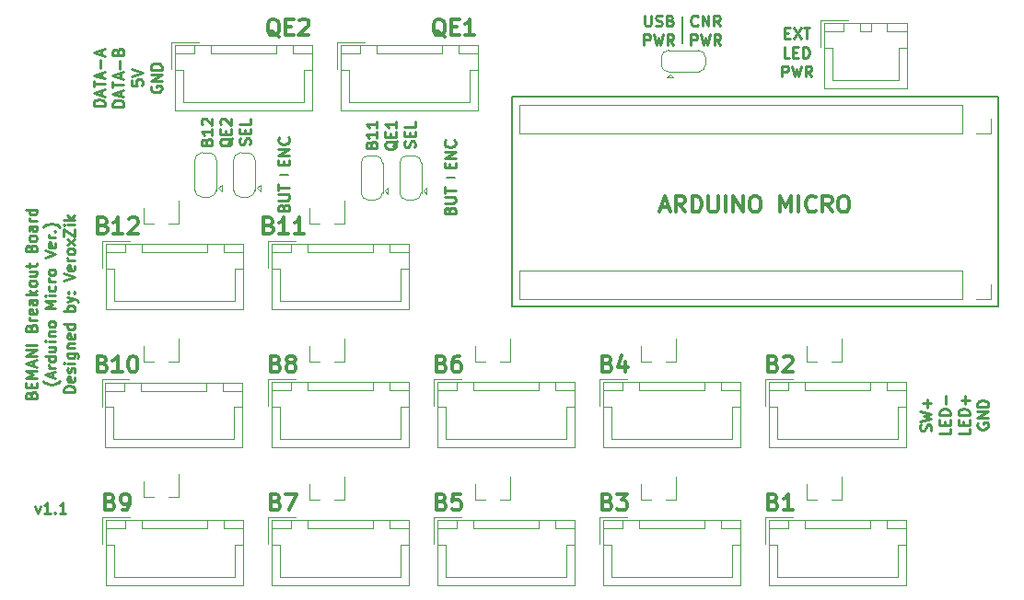
<source format=gbr>
G04 #@! TF.GenerationSoftware,KiCad,Pcbnew,(5.1.2)-2*
G04 #@! TF.CreationDate,2020-02-21T15:06:10-05:00*
G04 #@! TF.ProjectId,Micro-Breakout,4d696372-6f2d-4427-9265-616b6f75742e,rev?*
G04 #@! TF.SameCoordinates,Original*
G04 #@! TF.FileFunction,Legend,Top*
G04 #@! TF.FilePolarity,Positive*
%FSLAX46Y46*%
G04 Gerber Fmt 4.6, Leading zero omitted, Abs format (unit mm)*
G04 Created by KiCad (PCBNEW (5.1.2)-2) date 2020-02-21 15:06:10*
%MOMM*%
%LPD*%
G04 APERTURE LIST*
%ADD10C,0.250000*%
%ADD11C,0.300000*%
%ADD12C,0.200000*%
%ADD13C,0.120000*%
G04 APERTURE END LIST*
D10*
X187579761Y-126476190D02*
X187627380Y-126333333D01*
X187627380Y-126095238D01*
X187579761Y-126000000D01*
X187532142Y-125952380D01*
X187436904Y-125904761D01*
X187341666Y-125904761D01*
X187246428Y-125952380D01*
X187198809Y-126000000D01*
X187151190Y-126095238D01*
X187103571Y-126285714D01*
X187055952Y-126380952D01*
X187008333Y-126428571D01*
X186913095Y-126476190D01*
X186817857Y-126476190D01*
X186722619Y-126428571D01*
X186675000Y-126380952D01*
X186627380Y-126285714D01*
X186627380Y-126047619D01*
X186675000Y-125904761D01*
X186627380Y-125571428D02*
X187627380Y-125333333D01*
X186913095Y-125142857D01*
X187627380Y-124952380D01*
X186627380Y-124714285D01*
X187246428Y-124333333D02*
X187246428Y-123571428D01*
X187627380Y-123952380D02*
X186865476Y-123952380D01*
X189377380Y-126261904D02*
X189377380Y-126738095D01*
X188377380Y-126738095D01*
X188853571Y-125928571D02*
X188853571Y-125595238D01*
X189377380Y-125452380D02*
X189377380Y-125928571D01*
X188377380Y-125928571D01*
X188377380Y-125452380D01*
X189377380Y-125023809D02*
X188377380Y-125023809D01*
X188377380Y-124785714D01*
X188425000Y-124642857D01*
X188520238Y-124547619D01*
X188615476Y-124500000D01*
X188805952Y-124452380D01*
X188948809Y-124452380D01*
X189139285Y-124500000D01*
X189234523Y-124547619D01*
X189329761Y-124642857D01*
X189377380Y-124785714D01*
X189377380Y-125023809D01*
X188996428Y-124023809D02*
X188996428Y-123261904D01*
X191127380Y-126261904D02*
X191127380Y-126738095D01*
X190127380Y-126738095D01*
X190603571Y-125928571D02*
X190603571Y-125595238D01*
X191127380Y-125452380D02*
X191127380Y-125928571D01*
X190127380Y-125928571D01*
X190127380Y-125452380D01*
X191127380Y-125023809D02*
X190127380Y-125023809D01*
X190127380Y-124785714D01*
X190175000Y-124642857D01*
X190270238Y-124547619D01*
X190365476Y-124500000D01*
X190555952Y-124452380D01*
X190698809Y-124452380D01*
X190889285Y-124500000D01*
X190984523Y-124547619D01*
X191079761Y-124642857D01*
X191127380Y-124785714D01*
X191127380Y-125023809D01*
X190746428Y-124023809D02*
X190746428Y-123261904D01*
X191127380Y-123642857D02*
X190365476Y-123642857D01*
X191925000Y-125761904D02*
X191877380Y-125857142D01*
X191877380Y-126000000D01*
X191925000Y-126142857D01*
X192020238Y-126238095D01*
X192115476Y-126285714D01*
X192305952Y-126333333D01*
X192448809Y-126333333D01*
X192639285Y-126285714D01*
X192734523Y-126238095D01*
X192829761Y-126142857D01*
X192877380Y-126000000D01*
X192877380Y-125904761D01*
X192829761Y-125761904D01*
X192782142Y-125714285D01*
X192448809Y-125714285D01*
X192448809Y-125904761D01*
X192877380Y-125285714D02*
X191877380Y-125285714D01*
X192877380Y-124714285D01*
X191877380Y-124714285D01*
X192877380Y-124238095D02*
X191877380Y-124238095D01*
X191877380Y-124000000D01*
X191925000Y-123857142D01*
X192020238Y-123761904D01*
X192115476Y-123714285D01*
X192305952Y-123666666D01*
X192448809Y-123666666D01*
X192639285Y-123714285D01*
X192734523Y-123761904D01*
X192829761Y-123857142D01*
X192877380Y-124000000D01*
X192877380Y-124238095D01*
X111627380Y-96547619D02*
X110627380Y-96547619D01*
X110627380Y-96309523D01*
X110675000Y-96166666D01*
X110770238Y-96071428D01*
X110865476Y-96023809D01*
X111055952Y-95976190D01*
X111198809Y-95976190D01*
X111389285Y-96023809D01*
X111484523Y-96071428D01*
X111579761Y-96166666D01*
X111627380Y-96309523D01*
X111627380Y-96547619D01*
X111341666Y-95595238D02*
X111341666Y-95119047D01*
X111627380Y-95690476D02*
X110627380Y-95357142D01*
X111627380Y-95023809D01*
X110627380Y-94833333D02*
X110627380Y-94261904D01*
X111627380Y-94547619D02*
X110627380Y-94547619D01*
X111341666Y-93976190D02*
X111341666Y-93500000D01*
X111627380Y-94071428D02*
X110627380Y-93738095D01*
X111627380Y-93404761D01*
X111246428Y-93071428D02*
X111246428Y-92309523D01*
X111341666Y-91880952D02*
X111341666Y-91404761D01*
X111627380Y-91976190D02*
X110627380Y-91642857D01*
X111627380Y-91309523D01*
X113377380Y-96619047D02*
X112377380Y-96619047D01*
X112377380Y-96380952D01*
X112425000Y-96238095D01*
X112520238Y-96142857D01*
X112615476Y-96095238D01*
X112805952Y-96047619D01*
X112948809Y-96047619D01*
X113139285Y-96095238D01*
X113234523Y-96142857D01*
X113329761Y-96238095D01*
X113377380Y-96380952D01*
X113377380Y-96619047D01*
X113091666Y-95666666D02*
X113091666Y-95190476D01*
X113377380Y-95761904D02*
X112377380Y-95428571D01*
X113377380Y-95095238D01*
X112377380Y-94904761D02*
X112377380Y-94333333D01*
X113377380Y-94619047D02*
X112377380Y-94619047D01*
X113091666Y-94047619D02*
X113091666Y-93571428D01*
X113377380Y-94142857D02*
X112377380Y-93809523D01*
X113377380Y-93476190D01*
X112996428Y-93142857D02*
X112996428Y-92380952D01*
X112853571Y-91571428D02*
X112901190Y-91428571D01*
X112948809Y-91380952D01*
X113044047Y-91333333D01*
X113186904Y-91333333D01*
X113282142Y-91380952D01*
X113329761Y-91428571D01*
X113377380Y-91523809D01*
X113377380Y-91904761D01*
X112377380Y-91904761D01*
X112377380Y-91571428D01*
X112425000Y-91476190D01*
X112472619Y-91428571D01*
X112567857Y-91380952D01*
X112663095Y-91380952D01*
X112758333Y-91428571D01*
X112805952Y-91476190D01*
X112853571Y-91571428D01*
X112853571Y-91904761D01*
X114127380Y-94190476D02*
X114127380Y-94666666D01*
X114603571Y-94714285D01*
X114555952Y-94666666D01*
X114508333Y-94571428D01*
X114508333Y-94333333D01*
X114555952Y-94238095D01*
X114603571Y-94190476D01*
X114698809Y-94142857D01*
X114936904Y-94142857D01*
X115032142Y-94190476D01*
X115079761Y-94238095D01*
X115127380Y-94333333D01*
X115127380Y-94571428D01*
X115079761Y-94666666D01*
X115032142Y-94714285D01*
X114127380Y-93857142D02*
X115127380Y-93523809D01*
X114127380Y-93190476D01*
X115925000Y-94761904D02*
X115877380Y-94857142D01*
X115877380Y-95000000D01*
X115925000Y-95142857D01*
X116020238Y-95238095D01*
X116115476Y-95285714D01*
X116305952Y-95333333D01*
X116448809Y-95333333D01*
X116639285Y-95285714D01*
X116734523Y-95238095D01*
X116829761Y-95142857D01*
X116877380Y-95000000D01*
X116877380Y-94904761D01*
X116829761Y-94761904D01*
X116782142Y-94714285D01*
X116448809Y-94714285D01*
X116448809Y-94904761D01*
X116877380Y-94285714D02*
X115877380Y-94285714D01*
X116877380Y-93714285D01*
X115877380Y-93714285D01*
X116877380Y-93238095D02*
X115877380Y-93238095D01*
X115877380Y-93000000D01*
X115925000Y-92857142D01*
X116020238Y-92761904D01*
X116115476Y-92714285D01*
X116305952Y-92666666D01*
X116448809Y-92666666D01*
X116639285Y-92714285D01*
X116734523Y-92761904D01*
X116829761Y-92857142D01*
X116877380Y-93000000D01*
X116877380Y-93238095D01*
X105251428Y-133389714D02*
X105489523Y-134056380D01*
X105727619Y-133389714D01*
X106632380Y-134056380D02*
X106060952Y-134056380D01*
X106346666Y-134056380D02*
X106346666Y-133056380D01*
X106251428Y-133199238D01*
X106156190Y-133294476D01*
X106060952Y-133342095D01*
X107060952Y-133961142D02*
X107108571Y-134008761D01*
X107060952Y-134056380D01*
X107013333Y-134008761D01*
X107060952Y-133961142D01*
X107060952Y-134056380D01*
X108060952Y-134056380D02*
X107489523Y-134056380D01*
X107775238Y-134056380D02*
X107775238Y-133056380D01*
X107680000Y-133199238D01*
X107584761Y-133294476D01*
X107489523Y-133342095D01*
D11*
X126767570Y-107565856D02*
X126981856Y-107637284D01*
X127053284Y-107708713D01*
X127124713Y-107851570D01*
X127124713Y-108065856D01*
X127053284Y-108208713D01*
X126981856Y-108280141D01*
X126838999Y-108351570D01*
X126267570Y-108351570D01*
X126267570Y-106851570D01*
X126767570Y-106851570D01*
X126910427Y-106922999D01*
X126981856Y-106994427D01*
X127053284Y-107137284D01*
X127053284Y-107280141D01*
X126981856Y-107422999D01*
X126910427Y-107494427D01*
X126767570Y-107565856D01*
X126267570Y-107565856D01*
X128553284Y-108351570D02*
X127696141Y-108351570D01*
X128124713Y-108351570D02*
X128124713Y-106851570D01*
X127981856Y-107065856D01*
X127838999Y-107208713D01*
X127696141Y-107280141D01*
X129981856Y-108351570D02*
X129124713Y-108351570D01*
X129553284Y-108351570D02*
X129553284Y-106851570D01*
X129410427Y-107065856D01*
X129267570Y-107208713D01*
X129124713Y-107280141D01*
X111527570Y-107565856D02*
X111741856Y-107637284D01*
X111813284Y-107708713D01*
X111884713Y-107851570D01*
X111884713Y-108065856D01*
X111813284Y-108208713D01*
X111741856Y-108280141D01*
X111598999Y-108351570D01*
X111027570Y-108351570D01*
X111027570Y-106851570D01*
X111527570Y-106851570D01*
X111670427Y-106922999D01*
X111741856Y-106994427D01*
X111813284Y-107137284D01*
X111813284Y-107280141D01*
X111741856Y-107422999D01*
X111670427Y-107494427D01*
X111527570Y-107565856D01*
X111027570Y-107565856D01*
X113313284Y-108351570D02*
X112456141Y-108351570D01*
X112884713Y-108351570D02*
X112884713Y-106851570D01*
X112741856Y-107065856D01*
X112598999Y-107208713D01*
X112456141Y-107280141D01*
X113884713Y-106994427D02*
X113956141Y-106922999D01*
X114098999Y-106851570D01*
X114456141Y-106851570D01*
X114598999Y-106922999D01*
X114670427Y-106994427D01*
X114741856Y-107137284D01*
X114741856Y-107280141D01*
X114670427Y-107494427D01*
X113813284Y-108351570D01*
X114741856Y-108351570D01*
X111454571Y-120288857D02*
X111668857Y-120360285D01*
X111740285Y-120431714D01*
X111811714Y-120574571D01*
X111811714Y-120788857D01*
X111740285Y-120931714D01*
X111668857Y-121003142D01*
X111526000Y-121074571D01*
X110954571Y-121074571D01*
X110954571Y-119574571D01*
X111454571Y-119574571D01*
X111597428Y-119646000D01*
X111668857Y-119717428D01*
X111740285Y-119860285D01*
X111740285Y-120003142D01*
X111668857Y-120146000D01*
X111597428Y-120217428D01*
X111454571Y-120288857D01*
X110954571Y-120288857D01*
X113240285Y-121074571D02*
X112383142Y-121074571D01*
X112811714Y-121074571D02*
X112811714Y-119574571D01*
X112668857Y-119788857D01*
X112526000Y-119931714D01*
X112383142Y-120003142D01*
X114168857Y-119574571D02*
X114311714Y-119574571D01*
X114454571Y-119646000D01*
X114526000Y-119717428D01*
X114597428Y-119860285D01*
X114668857Y-120146000D01*
X114668857Y-120503142D01*
X114597428Y-120788857D01*
X114526000Y-120931714D01*
X114454571Y-121003142D01*
X114311714Y-121074571D01*
X114168857Y-121074571D01*
X114026000Y-121003142D01*
X113954571Y-120931714D01*
X113883142Y-120788857D01*
X113811714Y-120503142D01*
X113811714Y-120146000D01*
X113883142Y-119860285D01*
X113954571Y-119717428D01*
X114026000Y-119646000D01*
X114168857Y-119574571D01*
D12*
X127779356Y-102927742D02*
X128541356Y-102927742D01*
D10*
X128088927Y-105920075D02*
X128136546Y-105777218D01*
X128184165Y-105729599D01*
X128279403Y-105681980D01*
X128422260Y-105681980D01*
X128517498Y-105729599D01*
X128565117Y-105777218D01*
X128612736Y-105872456D01*
X128612736Y-106253408D01*
X127612736Y-106253408D01*
X127612736Y-105920075D01*
X127660356Y-105824837D01*
X127707975Y-105777218D01*
X127803213Y-105729599D01*
X127898451Y-105729599D01*
X127993689Y-105777218D01*
X128041308Y-105824837D01*
X128088927Y-105920075D01*
X128088927Y-106253408D01*
X127612736Y-105253408D02*
X128422260Y-105253408D01*
X128517498Y-105205789D01*
X128565117Y-105158170D01*
X128612736Y-105062932D01*
X128612736Y-104872456D01*
X128565117Y-104777218D01*
X128517498Y-104729599D01*
X128422260Y-104681980D01*
X127612736Y-104681980D01*
X127612736Y-104348646D02*
X127612736Y-103777218D01*
X128612736Y-104062932D02*
X127612736Y-104062932D01*
X128088927Y-102006837D02*
X128088927Y-101673503D01*
X128612736Y-101530646D02*
X128612736Y-102006837D01*
X127612736Y-102006837D01*
X127612736Y-101530646D01*
X128612736Y-101102075D02*
X127612736Y-101102075D01*
X128612736Y-100530646D01*
X127612736Y-100530646D01*
X128517498Y-99483027D02*
X128565117Y-99530646D01*
X128612736Y-99673503D01*
X128612736Y-99768742D01*
X128565117Y-99911599D01*
X128469879Y-100006837D01*
X128374641Y-100054456D01*
X128184165Y-100102075D01*
X128041308Y-100102075D01*
X127850832Y-100054456D01*
X127755594Y-100006837D01*
X127660356Y-99911599D01*
X127612736Y-99768742D01*
X127612736Y-99673503D01*
X127660356Y-99530646D01*
X127707975Y-99483027D01*
X174188571Y-89872571D02*
X174521904Y-89872571D01*
X174664761Y-90396380D02*
X174188571Y-90396380D01*
X174188571Y-89396380D01*
X174664761Y-89396380D01*
X174998095Y-89396380D02*
X175664761Y-90396380D01*
X175664761Y-89396380D02*
X174998095Y-90396380D01*
X175902857Y-89396380D02*
X176474285Y-89396380D01*
X176188571Y-90396380D02*
X176188571Y-89396380D01*
X174617142Y-92146380D02*
X174140952Y-92146380D01*
X174140952Y-91146380D01*
X174950476Y-91622571D02*
X175283809Y-91622571D01*
X175426666Y-92146380D02*
X174950476Y-92146380D01*
X174950476Y-91146380D01*
X175426666Y-91146380D01*
X175855238Y-92146380D02*
X175855238Y-91146380D01*
X176093333Y-91146380D01*
X176236190Y-91194000D01*
X176331428Y-91289238D01*
X176379047Y-91384476D01*
X176426666Y-91574952D01*
X176426666Y-91717809D01*
X176379047Y-91908285D01*
X176331428Y-92003523D01*
X176236190Y-92098761D01*
X176093333Y-92146380D01*
X175855238Y-92146380D01*
X173926666Y-93896380D02*
X173926666Y-92896380D01*
X174307619Y-92896380D01*
X174402857Y-92944000D01*
X174450476Y-92991619D01*
X174498095Y-93086857D01*
X174498095Y-93229714D01*
X174450476Y-93324952D01*
X174402857Y-93372571D01*
X174307619Y-93420190D01*
X173926666Y-93420190D01*
X174831428Y-92896380D02*
X175069523Y-93896380D01*
X175260000Y-93182095D01*
X175450476Y-93896380D01*
X175688571Y-92896380D01*
X176640952Y-93896380D02*
X176307619Y-93420190D01*
X176069523Y-93896380D02*
X176069523Y-92896380D01*
X176450476Y-92896380D01*
X176545714Y-92944000D01*
X176593333Y-92991619D01*
X176640952Y-93086857D01*
X176640952Y-93229714D01*
X176593333Y-93324952D01*
X176545714Y-93372571D01*
X176450476Y-93420190D01*
X176069523Y-93420190D01*
X121004927Y-99871694D02*
X121052546Y-99728837D01*
X121100165Y-99681218D01*
X121195403Y-99633599D01*
X121338260Y-99633599D01*
X121433498Y-99681218D01*
X121481117Y-99728837D01*
X121528736Y-99824075D01*
X121528736Y-100205027D01*
X120528736Y-100205027D01*
X120528736Y-99871694D01*
X120576356Y-99776456D01*
X120623975Y-99728837D01*
X120719213Y-99681218D01*
X120814451Y-99681218D01*
X120909689Y-99728837D01*
X120957308Y-99776456D01*
X121004927Y-99871694D01*
X121004927Y-100205027D01*
X121528736Y-98681218D02*
X121528736Y-99252646D01*
X121528736Y-98966932D02*
X120528736Y-98966932D01*
X120671594Y-99062170D01*
X120766832Y-99157408D01*
X120814451Y-99252646D01*
X120623975Y-98300265D02*
X120576356Y-98252646D01*
X120528736Y-98157408D01*
X120528736Y-97919313D01*
X120576356Y-97824075D01*
X120623975Y-97776456D01*
X120719213Y-97728837D01*
X120814451Y-97728837D01*
X120957308Y-97776456D01*
X121528736Y-98347884D01*
X121528736Y-97728837D01*
X123373975Y-99538361D02*
X123326356Y-99633599D01*
X123231117Y-99728837D01*
X123088260Y-99871694D01*
X123040641Y-99966932D01*
X123040641Y-100062170D01*
X123278736Y-100014551D02*
X123231117Y-100109789D01*
X123135879Y-100205027D01*
X122945403Y-100252646D01*
X122612070Y-100252646D01*
X122421594Y-100205027D01*
X122326356Y-100109789D01*
X122278736Y-100014551D01*
X122278736Y-99824075D01*
X122326356Y-99728837D01*
X122421594Y-99633599D01*
X122612070Y-99585980D01*
X122945403Y-99585980D01*
X123135879Y-99633599D01*
X123231117Y-99728837D01*
X123278736Y-99824075D01*
X123278736Y-100014551D01*
X122754927Y-99157408D02*
X122754927Y-98824075D01*
X123278736Y-98681218D02*
X123278736Y-99157408D01*
X122278736Y-99157408D01*
X122278736Y-98681218D01*
X122373975Y-98300265D02*
X122326356Y-98252646D01*
X122278736Y-98157408D01*
X122278736Y-97919313D01*
X122326356Y-97824075D01*
X122373975Y-97776456D01*
X122469213Y-97728837D01*
X122564451Y-97728837D01*
X122707308Y-97776456D01*
X123278736Y-98347884D01*
X123278736Y-97728837D01*
X124981117Y-100133599D02*
X125028736Y-99990742D01*
X125028736Y-99752646D01*
X124981117Y-99657408D01*
X124933498Y-99609789D01*
X124838260Y-99562170D01*
X124743022Y-99562170D01*
X124647784Y-99609789D01*
X124600165Y-99657408D01*
X124552546Y-99752646D01*
X124504927Y-99943122D01*
X124457308Y-100038361D01*
X124409689Y-100085980D01*
X124314451Y-100133599D01*
X124219213Y-100133599D01*
X124123975Y-100085980D01*
X124076356Y-100038361D01*
X124028736Y-99943122D01*
X124028736Y-99705027D01*
X124076356Y-99562170D01*
X124504927Y-99133599D02*
X124504927Y-98800265D01*
X125028736Y-98657408D02*
X125028736Y-99133599D01*
X124028736Y-99133599D01*
X124028736Y-98657408D01*
X125028736Y-97752646D02*
X125028736Y-98228837D01*
X124028736Y-98228837D01*
X136157237Y-100131725D02*
X136204856Y-99988868D01*
X136252475Y-99941249D01*
X136347713Y-99893630D01*
X136490570Y-99893630D01*
X136585808Y-99941249D01*
X136633427Y-99988868D01*
X136681046Y-100084106D01*
X136681046Y-100465058D01*
X135681046Y-100465058D01*
X135681046Y-100131725D01*
X135728666Y-100036487D01*
X135776285Y-99988868D01*
X135871523Y-99941249D01*
X135966761Y-99941249D01*
X136061999Y-99988868D01*
X136109618Y-100036487D01*
X136157237Y-100131725D01*
X136157237Y-100465058D01*
X136681046Y-98941249D02*
X136681046Y-99512677D01*
X136681046Y-99226963D02*
X135681046Y-99226963D01*
X135823904Y-99322201D01*
X135919142Y-99417439D01*
X135966761Y-99512677D01*
X136681046Y-97988868D02*
X136681046Y-98560296D01*
X136681046Y-98274582D02*
X135681046Y-98274582D01*
X135823904Y-98369820D01*
X135919142Y-98465058D01*
X135966761Y-98560296D01*
X138526285Y-99798392D02*
X138478666Y-99893630D01*
X138383427Y-99988868D01*
X138240570Y-100131725D01*
X138192951Y-100226963D01*
X138192951Y-100322201D01*
X138431046Y-100274582D02*
X138383427Y-100369820D01*
X138288189Y-100465058D01*
X138097713Y-100512677D01*
X137764380Y-100512677D01*
X137573904Y-100465058D01*
X137478666Y-100369820D01*
X137431046Y-100274582D01*
X137431046Y-100084106D01*
X137478666Y-99988868D01*
X137573904Y-99893630D01*
X137764380Y-99846011D01*
X138097713Y-99846011D01*
X138288189Y-99893630D01*
X138383427Y-99988868D01*
X138431046Y-100084106D01*
X138431046Y-100274582D01*
X137907237Y-99417439D02*
X137907237Y-99084106D01*
X138431046Y-98941249D02*
X138431046Y-99417439D01*
X137431046Y-99417439D01*
X137431046Y-98941249D01*
X138431046Y-97988868D02*
X138431046Y-98560296D01*
X138431046Y-98274582D02*
X137431046Y-98274582D01*
X137573904Y-98369820D01*
X137669142Y-98465058D01*
X137716761Y-98560296D01*
X140133427Y-100393630D02*
X140181046Y-100250773D01*
X140181046Y-100012677D01*
X140133427Y-99917439D01*
X140085808Y-99869820D01*
X139990570Y-99822201D01*
X139895332Y-99822201D01*
X139800094Y-99869820D01*
X139752475Y-99917439D01*
X139704856Y-100012677D01*
X139657237Y-100203153D01*
X139609618Y-100298392D01*
X139561999Y-100346011D01*
X139466761Y-100393630D01*
X139371523Y-100393630D01*
X139276285Y-100346011D01*
X139228666Y-100298392D01*
X139181046Y-100203153D01*
X139181046Y-99965058D01*
X139228666Y-99822201D01*
X139657237Y-99393630D02*
X139657237Y-99060296D01*
X140181046Y-98917439D02*
X140181046Y-99393630D01*
X139181046Y-99393630D01*
X139181046Y-98917439D01*
X140181046Y-98012677D02*
X140181046Y-98488868D01*
X139181046Y-98488868D01*
X143368237Y-106180106D02*
X143415856Y-106037249D01*
X143463475Y-105989630D01*
X143558713Y-105942011D01*
X143701570Y-105942011D01*
X143796808Y-105989630D01*
X143844427Y-106037249D01*
X143892046Y-106132487D01*
X143892046Y-106513439D01*
X142892046Y-106513439D01*
X142892046Y-106180106D01*
X142939666Y-106084868D01*
X142987285Y-106037249D01*
X143082523Y-105989630D01*
X143177761Y-105989630D01*
X143272999Y-106037249D01*
X143320618Y-106084868D01*
X143368237Y-106180106D01*
X143368237Y-106513439D01*
X142892046Y-105513439D02*
X143701570Y-105513439D01*
X143796808Y-105465820D01*
X143844427Y-105418201D01*
X143892046Y-105322963D01*
X143892046Y-105132487D01*
X143844427Y-105037249D01*
X143796808Y-104989630D01*
X143701570Y-104942011D01*
X142892046Y-104942011D01*
X142892046Y-104608677D02*
X142892046Y-104037249D01*
X143892046Y-104322963D02*
X142892046Y-104322963D01*
X143368237Y-102266868D02*
X143368237Y-101933534D01*
X143892046Y-101790677D02*
X143892046Y-102266868D01*
X142892046Y-102266868D01*
X142892046Y-101790677D01*
X143892046Y-101362106D02*
X142892046Y-101362106D01*
X143892046Y-100790677D01*
X142892046Y-100790677D01*
X143796808Y-99743058D02*
X143844427Y-99790677D01*
X143892046Y-99933534D01*
X143892046Y-100028773D01*
X143844427Y-100171630D01*
X143749189Y-100266868D01*
X143653951Y-100314487D01*
X143463475Y-100362106D01*
X143320618Y-100362106D01*
X143130142Y-100314487D01*
X143034904Y-100266868D01*
X142939666Y-100171630D01*
X142892046Y-100028773D01*
X142892046Y-99933534D01*
X142939666Y-99790677D01*
X142987285Y-99743058D01*
D12*
X143058666Y-103187773D02*
X143820666Y-103187773D01*
X164719000Y-88392000D02*
X164719000Y-90805000D01*
D10*
X166163714Y-89144142D02*
X166116095Y-89191761D01*
X165973238Y-89239380D01*
X165878000Y-89239380D01*
X165735142Y-89191761D01*
X165639904Y-89096523D01*
X165592285Y-89001285D01*
X165544666Y-88810809D01*
X165544666Y-88667952D01*
X165592285Y-88477476D01*
X165639904Y-88382238D01*
X165735142Y-88287000D01*
X165878000Y-88239380D01*
X165973238Y-88239380D01*
X166116095Y-88287000D01*
X166163714Y-88334619D01*
X166592285Y-89239380D02*
X166592285Y-88239380D01*
X167163714Y-89239380D01*
X167163714Y-88239380D01*
X168211333Y-89239380D02*
X167878000Y-88763190D01*
X167639904Y-89239380D02*
X167639904Y-88239380D01*
X168020857Y-88239380D01*
X168116095Y-88287000D01*
X168163714Y-88334619D01*
X168211333Y-88429857D01*
X168211333Y-88572714D01*
X168163714Y-88667952D01*
X168116095Y-88715571D01*
X168020857Y-88763190D01*
X167639904Y-88763190D01*
X165544666Y-90989380D02*
X165544666Y-89989380D01*
X165925619Y-89989380D01*
X166020857Y-90037000D01*
X166068476Y-90084619D01*
X166116095Y-90179857D01*
X166116095Y-90322714D01*
X166068476Y-90417952D01*
X166020857Y-90465571D01*
X165925619Y-90513190D01*
X165544666Y-90513190D01*
X166449428Y-89989380D02*
X166687523Y-90989380D01*
X166878000Y-90275095D01*
X167068476Y-90989380D01*
X167306571Y-89989380D01*
X168258952Y-90989380D02*
X167925619Y-90513190D01*
X167687523Y-90989380D02*
X167687523Y-89989380D01*
X168068476Y-89989380D01*
X168163714Y-90037000D01*
X168211333Y-90084619D01*
X168258952Y-90179857D01*
X168258952Y-90322714D01*
X168211333Y-90417952D01*
X168163714Y-90465571D01*
X168068476Y-90513190D01*
X167687523Y-90513190D01*
X161298095Y-88239380D02*
X161298095Y-89048904D01*
X161345714Y-89144142D01*
X161393333Y-89191761D01*
X161488571Y-89239380D01*
X161679047Y-89239380D01*
X161774285Y-89191761D01*
X161821904Y-89144142D01*
X161869523Y-89048904D01*
X161869523Y-88239380D01*
X162298095Y-89191761D02*
X162440952Y-89239380D01*
X162679047Y-89239380D01*
X162774285Y-89191761D01*
X162821904Y-89144142D01*
X162869523Y-89048904D01*
X162869523Y-88953666D01*
X162821904Y-88858428D01*
X162774285Y-88810809D01*
X162679047Y-88763190D01*
X162488571Y-88715571D01*
X162393333Y-88667952D01*
X162345714Y-88620333D01*
X162298095Y-88525095D01*
X162298095Y-88429857D01*
X162345714Y-88334619D01*
X162393333Y-88287000D01*
X162488571Y-88239380D01*
X162726666Y-88239380D01*
X162869523Y-88287000D01*
X163631428Y-88715571D02*
X163774285Y-88763190D01*
X163821904Y-88810809D01*
X163869523Y-88906047D01*
X163869523Y-89048904D01*
X163821904Y-89144142D01*
X163774285Y-89191761D01*
X163679047Y-89239380D01*
X163298095Y-89239380D01*
X163298095Y-88239380D01*
X163631428Y-88239380D01*
X163726666Y-88287000D01*
X163774285Y-88334619D01*
X163821904Y-88429857D01*
X163821904Y-88525095D01*
X163774285Y-88620333D01*
X163726666Y-88667952D01*
X163631428Y-88715571D01*
X163298095Y-88715571D01*
X161226666Y-90989380D02*
X161226666Y-89989380D01*
X161607619Y-89989380D01*
X161702857Y-90037000D01*
X161750476Y-90084619D01*
X161798095Y-90179857D01*
X161798095Y-90322714D01*
X161750476Y-90417952D01*
X161702857Y-90465571D01*
X161607619Y-90513190D01*
X161226666Y-90513190D01*
X162131428Y-89989380D02*
X162369523Y-90989380D01*
X162560000Y-90275095D01*
X162750476Y-90989380D01*
X162988571Y-89989380D01*
X163940952Y-90989380D02*
X163607619Y-90513190D01*
X163369523Y-90989380D02*
X163369523Y-89989380D01*
X163750476Y-89989380D01*
X163845714Y-90037000D01*
X163893333Y-90084619D01*
X163940952Y-90179857D01*
X163940952Y-90322714D01*
X163893333Y-90417952D01*
X163845714Y-90465571D01*
X163750476Y-90513190D01*
X163369523Y-90513190D01*
X104858571Y-123165142D02*
X104906190Y-123022285D01*
X104953809Y-122974666D01*
X105049047Y-122927047D01*
X105191904Y-122927047D01*
X105287142Y-122974666D01*
X105334761Y-123022285D01*
X105382380Y-123117523D01*
X105382380Y-123498476D01*
X104382380Y-123498476D01*
X104382380Y-123165142D01*
X104430000Y-123069904D01*
X104477619Y-123022285D01*
X104572857Y-122974666D01*
X104668095Y-122974666D01*
X104763333Y-123022285D01*
X104810952Y-123069904D01*
X104858571Y-123165142D01*
X104858571Y-123498476D01*
X104858571Y-122498476D02*
X104858571Y-122165142D01*
X105382380Y-122022285D02*
X105382380Y-122498476D01*
X104382380Y-122498476D01*
X104382380Y-122022285D01*
X105382380Y-121593714D02*
X104382380Y-121593714D01*
X105096666Y-121260380D01*
X104382380Y-120927047D01*
X105382380Y-120927047D01*
X105096666Y-120498476D02*
X105096666Y-120022285D01*
X105382380Y-120593714D02*
X104382380Y-120260380D01*
X105382380Y-119927047D01*
X105382380Y-119593714D02*
X104382380Y-119593714D01*
X105382380Y-119022285D01*
X104382380Y-119022285D01*
X105382380Y-118546095D02*
X104382380Y-118546095D01*
X104858571Y-116974666D02*
X104906190Y-116831809D01*
X104953809Y-116784190D01*
X105049047Y-116736571D01*
X105191904Y-116736571D01*
X105287142Y-116784190D01*
X105334761Y-116831809D01*
X105382380Y-116927047D01*
X105382380Y-117308000D01*
X104382380Y-117308000D01*
X104382380Y-116974666D01*
X104430000Y-116879428D01*
X104477619Y-116831809D01*
X104572857Y-116784190D01*
X104668095Y-116784190D01*
X104763333Y-116831809D01*
X104810952Y-116879428D01*
X104858571Y-116974666D01*
X104858571Y-117308000D01*
X105382380Y-116308000D02*
X104715714Y-116308000D01*
X104906190Y-116308000D02*
X104810952Y-116260380D01*
X104763333Y-116212761D01*
X104715714Y-116117523D01*
X104715714Y-116022285D01*
X105334761Y-115308000D02*
X105382380Y-115403238D01*
X105382380Y-115593714D01*
X105334761Y-115688952D01*
X105239523Y-115736571D01*
X104858571Y-115736571D01*
X104763333Y-115688952D01*
X104715714Y-115593714D01*
X104715714Y-115403238D01*
X104763333Y-115308000D01*
X104858571Y-115260380D01*
X104953809Y-115260380D01*
X105049047Y-115736571D01*
X105382380Y-114403238D02*
X104858571Y-114403238D01*
X104763333Y-114450857D01*
X104715714Y-114546095D01*
X104715714Y-114736571D01*
X104763333Y-114831809D01*
X105334761Y-114403238D02*
X105382380Y-114498476D01*
X105382380Y-114736571D01*
X105334761Y-114831809D01*
X105239523Y-114879428D01*
X105144285Y-114879428D01*
X105049047Y-114831809D01*
X105001428Y-114736571D01*
X105001428Y-114498476D01*
X104953809Y-114403238D01*
X105382380Y-113927047D02*
X104382380Y-113927047D01*
X105001428Y-113831809D02*
X105382380Y-113546095D01*
X104715714Y-113546095D02*
X105096666Y-113927047D01*
X105382380Y-112974666D02*
X105334761Y-113069904D01*
X105287142Y-113117523D01*
X105191904Y-113165142D01*
X104906190Y-113165142D01*
X104810952Y-113117523D01*
X104763333Y-113069904D01*
X104715714Y-112974666D01*
X104715714Y-112831809D01*
X104763333Y-112736571D01*
X104810952Y-112688952D01*
X104906190Y-112641333D01*
X105191904Y-112641333D01*
X105287142Y-112688952D01*
X105334761Y-112736571D01*
X105382380Y-112831809D01*
X105382380Y-112974666D01*
X104715714Y-111784190D02*
X105382380Y-111784190D01*
X104715714Y-112212761D02*
X105239523Y-112212761D01*
X105334761Y-112165142D01*
X105382380Y-112069904D01*
X105382380Y-111927047D01*
X105334761Y-111831809D01*
X105287142Y-111784190D01*
X104715714Y-111450857D02*
X104715714Y-111069904D01*
X104382380Y-111308000D02*
X105239523Y-111308000D01*
X105334761Y-111260380D01*
X105382380Y-111165142D01*
X105382380Y-111069904D01*
X104858571Y-109641333D02*
X104906190Y-109498476D01*
X104953809Y-109450857D01*
X105049047Y-109403238D01*
X105191904Y-109403238D01*
X105287142Y-109450857D01*
X105334761Y-109498476D01*
X105382380Y-109593714D01*
X105382380Y-109974666D01*
X104382380Y-109974666D01*
X104382380Y-109641333D01*
X104430000Y-109546095D01*
X104477619Y-109498476D01*
X104572857Y-109450857D01*
X104668095Y-109450857D01*
X104763333Y-109498476D01*
X104810952Y-109546095D01*
X104858571Y-109641333D01*
X104858571Y-109974666D01*
X105382380Y-108831809D02*
X105334761Y-108927047D01*
X105287142Y-108974666D01*
X105191904Y-109022285D01*
X104906190Y-109022285D01*
X104810952Y-108974666D01*
X104763333Y-108927047D01*
X104715714Y-108831809D01*
X104715714Y-108688952D01*
X104763333Y-108593714D01*
X104810952Y-108546095D01*
X104906190Y-108498476D01*
X105191904Y-108498476D01*
X105287142Y-108546095D01*
X105334761Y-108593714D01*
X105382380Y-108688952D01*
X105382380Y-108831809D01*
X105382380Y-107641333D02*
X104858571Y-107641333D01*
X104763333Y-107688952D01*
X104715714Y-107784190D01*
X104715714Y-107974666D01*
X104763333Y-108069904D01*
X105334761Y-107641333D02*
X105382380Y-107736571D01*
X105382380Y-107974666D01*
X105334761Y-108069904D01*
X105239523Y-108117523D01*
X105144285Y-108117523D01*
X105049047Y-108069904D01*
X105001428Y-107974666D01*
X105001428Y-107736571D01*
X104953809Y-107641333D01*
X105382380Y-107165142D02*
X104715714Y-107165142D01*
X104906190Y-107165142D02*
X104810952Y-107117523D01*
X104763333Y-107069904D01*
X104715714Y-106974666D01*
X104715714Y-106879428D01*
X105382380Y-106117523D02*
X104382380Y-106117523D01*
X105334761Y-106117523D02*
X105382380Y-106212761D01*
X105382380Y-106403238D01*
X105334761Y-106498476D01*
X105287142Y-106546095D01*
X105191904Y-106593714D01*
X104906190Y-106593714D01*
X104810952Y-106546095D01*
X104763333Y-106498476D01*
X104715714Y-106403238D01*
X104715714Y-106212761D01*
X104763333Y-106117523D01*
X107513333Y-121903238D02*
X107465714Y-121950857D01*
X107322857Y-122046095D01*
X107227619Y-122093714D01*
X107084761Y-122141333D01*
X106846666Y-122188952D01*
X106656190Y-122188952D01*
X106418095Y-122141333D01*
X106275238Y-122093714D01*
X106180000Y-122046095D01*
X106037142Y-121950857D01*
X105989523Y-121903238D01*
X106846666Y-121569904D02*
X106846666Y-121093714D01*
X107132380Y-121665142D02*
X106132380Y-121331809D01*
X107132380Y-120998476D01*
X107132380Y-120665142D02*
X106465714Y-120665142D01*
X106656190Y-120665142D02*
X106560952Y-120617523D01*
X106513333Y-120569904D01*
X106465714Y-120474666D01*
X106465714Y-120379428D01*
X107132380Y-119617523D02*
X106132380Y-119617523D01*
X107084761Y-119617523D02*
X107132380Y-119712761D01*
X107132380Y-119903238D01*
X107084761Y-119998476D01*
X107037142Y-120046095D01*
X106941904Y-120093714D01*
X106656190Y-120093714D01*
X106560952Y-120046095D01*
X106513333Y-119998476D01*
X106465714Y-119903238D01*
X106465714Y-119712761D01*
X106513333Y-119617523D01*
X106465714Y-118712761D02*
X107132380Y-118712761D01*
X106465714Y-119141333D02*
X106989523Y-119141333D01*
X107084761Y-119093714D01*
X107132380Y-118998476D01*
X107132380Y-118855619D01*
X107084761Y-118760380D01*
X107037142Y-118712761D01*
X107132380Y-118236571D02*
X106465714Y-118236571D01*
X106132380Y-118236571D02*
X106180000Y-118284190D01*
X106227619Y-118236571D01*
X106180000Y-118188952D01*
X106132380Y-118236571D01*
X106227619Y-118236571D01*
X106465714Y-117760380D02*
X107132380Y-117760380D01*
X106560952Y-117760380D02*
X106513333Y-117712761D01*
X106465714Y-117617523D01*
X106465714Y-117474666D01*
X106513333Y-117379428D01*
X106608571Y-117331809D01*
X107132380Y-117331809D01*
X107132380Y-116712761D02*
X107084761Y-116808000D01*
X107037142Y-116855619D01*
X106941904Y-116903238D01*
X106656190Y-116903238D01*
X106560952Y-116855619D01*
X106513333Y-116808000D01*
X106465714Y-116712761D01*
X106465714Y-116569904D01*
X106513333Y-116474666D01*
X106560952Y-116427047D01*
X106656190Y-116379428D01*
X106941904Y-116379428D01*
X107037142Y-116427047D01*
X107084761Y-116474666D01*
X107132380Y-116569904D01*
X107132380Y-116712761D01*
X107132380Y-115188952D02*
X106132380Y-115188952D01*
X106846666Y-114855619D01*
X106132380Y-114522285D01*
X107132380Y-114522285D01*
X107132380Y-114046095D02*
X106465714Y-114046095D01*
X106132380Y-114046095D02*
X106180000Y-114093714D01*
X106227619Y-114046095D01*
X106180000Y-113998476D01*
X106132380Y-114046095D01*
X106227619Y-114046095D01*
X107084761Y-113141333D02*
X107132380Y-113236571D01*
X107132380Y-113427047D01*
X107084761Y-113522285D01*
X107037142Y-113569904D01*
X106941904Y-113617523D01*
X106656190Y-113617523D01*
X106560952Y-113569904D01*
X106513333Y-113522285D01*
X106465714Y-113427047D01*
X106465714Y-113236571D01*
X106513333Y-113141333D01*
X107132380Y-112712761D02*
X106465714Y-112712761D01*
X106656190Y-112712761D02*
X106560952Y-112665142D01*
X106513333Y-112617523D01*
X106465714Y-112522285D01*
X106465714Y-112427047D01*
X107132380Y-111950857D02*
X107084761Y-112046095D01*
X107037142Y-112093714D01*
X106941904Y-112141333D01*
X106656190Y-112141333D01*
X106560952Y-112093714D01*
X106513333Y-112046095D01*
X106465714Y-111950857D01*
X106465714Y-111808000D01*
X106513333Y-111712761D01*
X106560952Y-111665142D01*
X106656190Y-111617523D01*
X106941904Y-111617523D01*
X107037142Y-111665142D01*
X107084761Y-111712761D01*
X107132380Y-111808000D01*
X107132380Y-111950857D01*
X106132380Y-110569904D02*
X107132380Y-110236571D01*
X106132380Y-109903238D01*
X107084761Y-109188952D02*
X107132380Y-109284190D01*
X107132380Y-109474666D01*
X107084761Y-109569904D01*
X106989523Y-109617523D01*
X106608571Y-109617523D01*
X106513333Y-109569904D01*
X106465714Y-109474666D01*
X106465714Y-109284190D01*
X106513333Y-109188952D01*
X106608571Y-109141333D01*
X106703809Y-109141333D01*
X106799047Y-109617523D01*
X107132380Y-108712761D02*
X106465714Y-108712761D01*
X106656190Y-108712761D02*
X106560952Y-108665142D01*
X106513333Y-108617523D01*
X106465714Y-108522285D01*
X106465714Y-108427047D01*
X107037142Y-108093714D02*
X107084761Y-108046095D01*
X107132380Y-108093714D01*
X107084761Y-108141333D01*
X107037142Y-108093714D01*
X107132380Y-108093714D01*
X107513333Y-107712761D02*
X107465714Y-107665142D01*
X107322857Y-107569904D01*
X107227619Y-107522285D01*
X107084761Y-107474666D01*
X106846666Y-107427047D01*
X106656190Y-107427047D01*
X106418095Y-107474666D01*
X106275238Y-107522285D01*
X106180000Y-107569904D01*
X106037142Y-107665142D01*
X105989523Y-107712761D01*
X108882380Y-122903238D02*
X107882380Y-122903238D01*
X107882380Y-122665142D01*
X107930000Y-122522285D01*
X108025238Y-122427047D01*
X108120476Y-122379428D01*
X108310952Y-122331809D01*
X108453809Y-122331809D01*
X108644285Y-122379428D01*
X108739523Y-122427047D01*
X108834761Y-122522285D01*
X108882380Y-122665142D01*
X108882380Y-122903238D01*
X108834761Y-121522285D02*
X108882380Y-121617523D01*
X108882380Y-121808000D01*
X108834761Y-121903238D01*
X108739523Y-121950857D01*
X108358571Y-121950857D01*
X108263333Y-121903238D01*
X108215714Y-121808000D01*
X108215714Y-121617523D01*
X108263333Y-121522285D01*
X108358571Y-121474666D01*
X108453809Y-121474666D01*
X108549047Y-121950857D01*
X108834761Y-121093714D02*
X108882380Y-120998476D01*
X108882380Y-120808000D01*
X108834761Y-120712761D01*
X108739523Y-120665142D01*
X108691904Y-120665142D01*
X108596666Y-120712761D01*
X108549047Y-120808000D01*
X108549047Y-120950857D01*
X108501428Y-121046095D01*
X108406190Y-121093714D01*
X108358571Y-121093714D01*
X108263333Y-121046095D01*
X108215714Y-120950857D01*
X108215714Y-120808000D01*
X108263333Y-120712761D01*
X108882380Y-120236571D02*
X108215714Y-120236571D01*
X107882380Y-120236571D02*
X107930000Y-120284190D01*
X107977619Y-120236571D01*
X107930000Y-120188952D01*
X107882380Y-120236571D01*
X107977619Y-120236571D01*
X108215714Y-119331809D02*
X109025238Y-119331809D01*
X109120476Y-119379428D01*
X109168095Y-119427047D01*
X109215714Y-119522285D01*
X109215714Y-119665142D01*
X109168095Y-119760380D01*
X108834761Y-119331809D02*
X108882380Y-119427047D01*
X108882380Y-119617523D01*
X108834761Y-119712761D01*
X108787142Y-119760380D01*
X108691904Y-119808000D01*
X108406190Y-119808000D01*
X108310952Y-119760380D01*
X108263333Y-119712761D01*
X108215714Y-119617523D01*
X108215714Y-119427047D01*
X108263333Y-119331809D01*
X108215714Y-118855619D02*
X108882380Y-118855619D01*
X108310952Y-118855619D02*
X108263333Y-118808000D01*
X108215714Y-118712761D01*
X108215714Y-118569904D01*
X108263333Y-118474666D01*
X108358571Y-118427047D01*
X108882380Y-118427047D01*
X108834761Y-117569904D02*
X108882380Y-117665142D01*
X108882380Y-117855619D01*
X108834761Y-117950857D01*
X108739523Y-117998476D01*
X108358571Y-117998476D01*
X108263333Y-117950857D01*
X108215714Y-117855619D01*
X108215714Y-117665142D01*
X108263333Y-117569904D01*
X108358571Y-117522285D01*
X108453809Y-117522285D01*
X108549047Y-117998476D01*
X108882380Y-116665142D02*
X107882380Y-116665142D01*
X108834761Y-116665142D02*
X108882380Y-116760380D01*
X108882380Y-116950857D01*
X108834761Y-117046095D01*
X108787142Y-117093714D01*
X108691904Y-117141333D01*
X108406190Y-117141333D01*
X108310952Y-117093714D01*
X108263333Y-117046095D01*
X108215714Y-116950857D01*
X108215714Y-116760380D01*
X108263333Y-116665142D01*
X108882380Y-115427047D02*
X107882380Y-115427047D01*
X108263333Y-115427047D02*
X108215714Y-115331809D01*
X108215714Y-115141333D01*
X108263333Y-115046095D01*
X108310952Y-114998476D01*
X108406190Y-114950857D01*
X108691904Y-114950857D01*
X108787142Y-114998476D01*
X108834761Y-115046095D01*
X108882380Y-115141333D01*
X108882380Y-115331809D01*
X108834761Y-115427047D01*
X108215714Y-114617523D02*
X108882380Y-114379428D01*
X108215714Y-114141333D02*
X108882380Y-114379428D01*
X109120476Y-114474666D01*
X109168095Y-114522285D01*
X109215714Y-114617523D01*
X108787142Y-113760380D02*
X108834761Y-113712761D01*
X108882380Y-113760380D01*
X108834761Y-113808000D01*
X108787142Y-113760380D01*
X108882380Y-113760380D01*
X108263333Y-113760380D02*
X108310952Y-113712761D01*
X108358571Y-113760380D01*
X108310952Y-113808000D01*
X108263333Y-113760380D01*
X108358571Y-113760380D01*
X107882380Y-112665142D02*
X108882380Y-112331809D01*
X107882380Y-111998476D01*
X108834761Y-111284190D02*
X108882380Y-111379428D01*
X108882380Y-111569904D01*
X108834761Y-111665142D01*
X108739523Y-111712761D01*
X108358571Y-111712761D01*
X108263333Y-111665142D01*
X108215714Y-111569904D01*
X108215714Y-111379428D01*
X108263333Y-111284190D01*
X108358571Y-111236571D01*
X108453809Y-111236571D01*
X108549047Y-111712761D01*
X108882380Y-110808000D02*
X108215714Y-110808000D01*
X108406190Y-110808000D02*
X108310952Y-110760380D01*
X108263333Y-110712761D01*
X108215714Y-110617523D01*
X108215714Y-110522285D01*
X108882380Y-110046095D02*
X108834761Y-110141333D01*
X108787142Y-110188952D01*
X108691904Y-110236571D01*
X108406190Y-110236571D01*
X108310952Y-110188952D01*
X108263333Y-110141333D01*
X108215714Y-110046095D01*
X108215714Y-109903238D01*
X108263333Y-109808000D01*
X108310952Y-109760380D01*
X108406190Y-109712761D01*
X108691904Y-109712761D01*
X108787142Y-109760380D01*
X108834761Y-109808000D01*
X108882380Y-109903238D01*
X108882380Y-110046095D01*
X108882380Y-109379428D02*
X108215714Y-108855619D01*
X108215714Y-109379428D02*
X108882380Y-108855619D01*
X107882380Y-108569904D02*
X107882380Y-107903238D01*
X108882380Y-108569904D01*
X108882380Y-107903238D01*
X108882380Y-107522285D02*
X108215714Y-107522285D01*
X107882380Y-107522285D02*
X107930000Y-107569904D01*
X107977619Y-107522285D01*
X107930000Y-107474666D01*
X107882380Y-107522285D01*
X107977619Y-107522285D01*
X108882380Y-107046095D02*
X107882380Y-107046095D01*
X108501428Y-106950857D02*
X108882380Y-106665142D01*
X108215714Y-106665142D02*
X108596666Y-107046095D01*
D11*
X127702571Y-90229428D02*
X127559714Y-90158000D01*
X127416857Y-90015142D01*
X127202571Y-89800857D01*
X127059714Y-89729428D01*
X126916857Y-89729428D01*
X126988285Y-90086571D02*
X126845428Y-90015142D01*
X126702571Y-89872285D01*
X126631142Y-89586571D01*
X126631142Y-89086571D01*
X126702571Y-88800857D01*
X126845428Y-88658000D01*
X126988285Y-88586571D01*
X127274000Y-88586571D01*
X127416857Y-88658000D01*
X127559714Y-88800857D01*
X127631142Y-89086571D01*
X127631142Y-89586571D01*
X127559714Y-89872285D01*
X127416857Y-90015142D01*
X127274000Y-90086571D01*
X126988285Y-90086571D01*
X128274000Y-89300857D02*
X128774000Y-89300857D01*
X128988285Y-90086571D02*
X128274000Y-90086571D01*
X128274000Y-88586571D01*
X128988285Y-88586571D01*
X129559714Y-88729428D02*
X129631142Y-88658000D01*
X129774000Y-88586571D01*
X130131142Y-88586571D01*
X130274000Y-88658000D01*
X130345428Y-88729428D01*
X130416857Y-88872285D01*
X130416857Y-89015142D01*
X130345428Y-89229428D01*
X129488285Y-90086571D01*
X130416857Y-90086571D01*
X142942571Y-90229428D02*
X142799714Y-90158000D01*
X142656857Y-90015142D01*
X142442571Y-89800857D01*
X142299714Y-89729428D01*
X142156857Y-89729428D01*
X142228285Y-90086571D02*
X142085428Y-90015142D01*
X141942571Y-89872285D01*
X141871142Y-89586571D01*
X141871142Y-89086571D01*
X141942571Y-88800857D01*
X142085428Y-88658000D01*
X142228285Y-88586571D01*
X142514000Y-88586571D01*
X142656857Y-88658000D01*
X142799714Y-88800857D01*
X142871142Y-89086571D01*
X142871142Y-89586571D01*
X142799714Y-89872285D01*
X142656857Y-90015142D01*
X142514000Y-90086571D01*
X142228285Y-90086571D01*
X143514000Y-89300857D02*
X144014000Y-89300857D01*
X144228285Y-90086571D02*
X143514000Y-90086571D01*
X143514000Y-88586571D01*
X144228285Y-88586571D01*
X145656857Y-90086571D02*
X144799714Y-90086571D01*
X145228285Y-90086571D02*
X145228285Y-88586571D01*
X145085428Y-88800857D01*
X144942571Y-88943714D01*
X144799714Y-89015142D01*
X112168857Y-132988857D02*
X112383142Y-133060285D01*
X112454571Y-133131714D01*
X112526000Y-133274571D01*
X112526000Y-133488857D01*
X112454571Y-133631714D01*
X112383142Y-133703142D01*
X112240285Y-133774571D01*
X111668857Y-133774571D01*
X111668857Y-132274571D01*
X112168857Y-132274571D01*
X112311714Y-132346000D01*
X112383142Y-132417428D01*
X112454571Y-132560285D01*
X112454571Y-132703142D01*
X112383142Y-132846000D01*
X112311714Y-132917428D01*
X112168857Y-132988857D01*
X111668857Y-132988857D01*
X113240285Y-133774571D02*
X113526000Y-133774571D01*
X113668857Y-133703142D01*
X113740285Y-133631714D01*
X113883142Y-133417428D01*
X113954571Y-133131714D01*
X113954571Y-132560285D01*
X113883142Y-132417428D01*
X113811714Y-132346000D01*
X113668857Y-132274571D01*
X113383142Y-132274571D01*
X113240285Y-132346000D01*
X113168857Y-132417428D01*
X113097428Y-132560285D01*
X113097428Y-132917428D01*
X113168857Y-133060285D01*
X113240285Y-133131714D01*
X113383142Y-133203142D01*
X113668857Y-133203142D01*
X113811714Y-133131714D01*
X113883142Y-133060285D01*
X113954571Y-132917428D01*
X127408857Y-120288857D02*
X127623142Y-120360285D01*
X127694571Y-120431714D01*
X127766000Y-120574571D01*
X127766000Y-120788857D01*
X127694571Y-120931714D01*
X127623142Y-121003142D01*
X127480285Y-121074571D01*
X126908857Y-121074571D01*
X126908857Y-119574571D01*
X127408857Y-119574571D01*
X127551714Y-119646000D01*
X127623142Y-119717428D01*
X127694571Y-119860285D01*
X127694571Y-120003142D01*
X127623142Y-120146000D01*
X127551714Y-120217428D01*
X127408857Y-120288857D01*
X126908857Y-120288857D01*
X128623142Y-120217428D02*
X128480285Y-120146000D01*
X128408857Y-120074571D01*
X128337428Y-119931714D01*
X128337428Y-119860285D01*
X128408857Y-119717428D01*
X128480285Y-119646000D01*
X128623142Y-119574571D01*
X128908857Y-119574571D01*
X129051714Y-119646000D01*
X129123142Y-119717428D01*
X129194571Y-119860285D01*
X129194571Y-119931714D01*
X129123142Y-120074571D01*
X129051714Y-120146000D01*
X128908857Y-120217428D01*
X128623142Y-120217428D01*
X128480285Y-120288857D01*
X128408857Y-120360285D01*
X128337428Y-120503142D01*
X128337428Y-120788857D01*
X128408857Y-120931714D01*
X128480285Y-121003142D01*
X128623142Y-121074571D01*
X128908857Y-121074571D01*
X129051714Y-121003142D01*
X129123142Y-120931714D01*
X129194571Y-120788857D01*
X129194571Y-120503142D01*
X129123142Y-120360285D01*
X129051714Y-120288857D01*
X128908857Y-120217428D01*
X127408857Y-132988857D02*
X127623142Y-133060285D01*
X127694571Y-133131714D01*
X127766000Y-133274571D01*
X127766000Y-133488857D01*
X127694571Y-133631714D01*
X127623142Y-133703142D01*
X127480285Y-133774571D01*
X126908857Y-133774571D01*
X126908857Y-132274571D01*
X127408857Y-132274571D01*
X127551714Y-132346000D01*
X127623142Y-132417428D01*
X127694571Y-132560285D01*
X127694571Y-132703142D01*
X127623142Y-132846000D01*
X127551714Y-132917428D01*
X127408857Y-132988857D01*
X126908857Y-132988857D01*
X128266000Y-132274571D02*
X129266000Y-132274571D01*
X128623142Y-133774571D01*
X142648857Y-120288857D02*
X142863142Y-120360285D01*
X142934571Y-120431714D01*
X143006000Y-120574571D01*
X143006000Y-120788857D01*
X142934571Y-120931714D01*
X142863142Y-121003142D01*
X142720285Y-121074571D01*
X142148857Y-121074571D01*
X142148857Y-119574571D01*
X142648857Y-119574571D01*
X142791714Y-119646000D01*
X142863142Y-119717428D01*
X142934571Y-119860285D01*
X142934571Y-120003142D01*
X142863142Y-120146000D01*
X142791714Y-120217428D01*
X142648857Y-120288857D01*
X142148857Y-120288857D01*
X144291714Y-119574571D02*
X144006000Y-119574571D01*
X143863142Y-119646000D01*
X143791714Y-119717428D01*
X143648857Y-119931714D01*
X143577428Y-120217428D01*
X143577428Y-120788857D01*
X143648857Y-120931714D01*
X143720285Y-121003142D01*
X143863142Y-121074571D01*
X144148857Y-121074571D01*
X144291714Y-121003142D01*
X144363142Y-120931714D01*
X144434571Y-120788857D01*
X144434571Y-120431714D01*
X144363142Y-120288857D01*
X144291714Y-120217428D01*
X144148857Y-120146000D01*
X143863142Y-120146000D01*
X143720285Y-120217428D01*
X143648857Y-120288857D01*
X143577428Y-120431714D01*
X142648857Y-132988857D02*
X142863142Y-133060285D01*
X142934571Y-133131714D01*
X143006000Y-133274571D01*
X143006000Y-133488857D01*
X142934571Y-133631714D01*
X142863142Y-133703142D01*
X142720285Y-133774571D01*
X142148857Y-133774571D01*
X142148857Y-132274571D01*
X142648857Y-132274571D01*
X142791714Y-132346000D01*
X142863142Y-132417428D01*
X142934571Y-132560285D01*
X142934571Y-132703142D01*
X142863142Y-132846000D01*
X142791714Y-132917428D01*
X142648857Y-132988857D01*
X142148857Y-132988857D01*
X144363142Y-132274571D02*
X143648857Y-132274571D01*
X143577428Y-132988857D01*
X143648857Y-132917428D01*
X143791714Y-132846000D01*
X144148857Y-132846000D01*
X144291714Y-132917428D01*
X144363142Y-132988857D01*
X144434571Y-133131714D01*
X144434571Y-133488857D01*
X144363142Y-133631714D01*
X144291714Y-133703142D01*
X144148857Y-133774571D01*
X143791714Y-133774571D01*
X143648857Y-133703142D01*
X143577428Y-133631714D01*
X157888857Y-120288857D02*
X158103142Y-120360285D01*
X158174571Y-120431714D01*
X158246000Y-120574571D01*
X158246000Y-120788857D01*
X158174571Y-120931714D01*
X158103142Y-121003142D01*
X157960285Y-121074571D01*
X157388857Y-121074571D01*
X157388857Y-119574571D01*
X157888857Y-119574571D01*
X158031714Y-119646000D01*
X158103142Y-119717428D01*
X158174571Y-119860285D01*
X158174571Y-120003142D01*
X158103142Y-120146000D01*
X158031714Y-120217428D01*
X157888857Y-120288857D01*
X157388857Y-120288857D01*
X159531714Y-120074571D02*
X159531714Y-121074571D01*
X159174571Y-119503142D02*
X158817428Y-120574571D01*
X159746000Y-120574571D01*
X157888857Y-132988857D02*
X158103142Y-133060285D01*
X158174571Y-133131714D01*
X158246000Y-133274571D01*
X158246000Y-133488857D01*
X158174571Y-133631714D01*
X158103142Y-133703142D01*
X157960285Y-133774571D01*
X157388857Y-133774571D01*
X157388857Y-132274571D01*
X157888857Y-132274571D01*
X158031714Y-132346000D01*
X158103142Y-132417428D01*
X158174571Y-132560285D01*
X158174571Y-132703142D01*
X158103142Y-132846000D01*
X158031714Y-132917428D01*
X157888857Y-132988857D01*
X157388857Y-132988857D01*
X158746000Y-132274571D02*
X159674571Y-132274571D01*
X159174571Y-132846000D01*
X159388857Y-132846000D01*
X159531714Y-132917428D01*
X159603142Y-132988857D01*
X159674571Y-133131714D01*
X159674571Y-133488857D01*
X159603142Y-133631714D01*
X159531714Y-133703142D01*
X159388857Y-133774571D01*
X158960285Y-133774571D01*
X158817428Y-133703142D01*
X158746000Y-133631714D01*
X173128857Y-120288857D02*
X173343142Y-120360285D01*
X173414571Y-120431714D01*
X173486000Y-120574571D01*
X173486000Y-120788857D01*
X173414571Y-120931714D01*
X173343142Y-121003142D01*
X173200285Y-121074571D01*
X172628857Y-121074571D01*
X172628857Y-119574571D01*
X173128857Y-119574571D01*
X173271714Y-119646000D01*
X173343142Y-119717428D01*
X173414571Y-119860285D01*
X173414571Y-120003142D01*
X173343142Y-120146000D01*
X173271714Y-120217428D01*
X173128857Y-120288857D01*
X172628857Y-120288857D01*
X174057428Y-119717428D02*
X174128857Y-119646000D01*
X174271714Y-119574571D01*
X174628857Y-119574571D01*
X174771714Y-119646000D01*
X174843142Y-119717428D01*
X174914571Y-119860285D01*
X174914571Y-120003142D01*
X174843142Y-120217428D01*
X173986000Y-121074571D01*
X174914571Y-121074571D01*
X173128857Y-132988857D02*
X173343142Y-133060285D01*
X173414571Y-133131714D01*
X173486000Y-133274571D01*
X173486000Y-133488857D01*
X173414571Y-133631714D01*
X173343142Y-133703142D01*
X173200285Y-133774571D01*
X172628857Y-133774571D01*
X172628857Y-132274571D01*
X173128857Y-132274571D01*
X173271714Y-132346000D01*
X173343142Y-132417428D01*
X173414571Y-132560285D01*
X173414571Y-132703142D01*
X173343142Y-132846000D01*
X173271714Y-132917428D01*
X173128857Y-132988857D01*
X172628857Y-132988857D01*
X174914571Y-133774571D02*
X174057428Y-133774571D01*
X174486000Y-133774571D02*
X174486000Y-132274571D01*
X174343142Y-132488857D01*
X174200285Y-132631714D01*
X174057428Y-132703142D01*
D12*
X149098000Y-115062000D02*
X149098000Y-95758000D01*
X193802000Y-115062000D02*
X149098000Y-115062000D01*
X193802000Y-95758000D02*
X193802000Y-115062000D01*
X149098000Y-95758000D02*
X193802000Y-95758000D01*
D11*
X162807142Y-105914000D02*
X163521428Y-105914000D01*
X162664285Y-106342571D02*
X163164285Y-104842571D01*
X163664285Y-106342571D01*
X165021428Y-106342571D02*
X164521428Y-105628285D01*
X164164285Y-106342571D02*
X164164285Y-104842571D01*
X164735714Y-104842571D01*
X164878571Y-104914000D01*
X164950000Y-104985428D01*
X165021428Y-105128285D01*
X165021428Y-105342571D01*
X164950000Y-105485428D01*
X164878571Y-105556857D01*
X164735714Y-105628285D01*
X164164285Y-105628285D01*
X165664285Y-106342571D02*
X165664285Y-104842571D01*
X166021428Y-104842571D01*
X166235714Y-104914000D01*
X166378571Y-105056857D01*
X166450000Y-105199714D01*
X166521428Y-105485428D01*
X166521428Y-105699714D01*
X166450000Y-105985428D01*
X166378571Y-106128285D01*
X166235714Y-106271142D01*
X166021428Y-106342571D01*
X165664285Y-106342571D01*
X167164285Y-104842571D02*
X167164285Y-106056857D01*
X167235714Y-106199714D01*
X167307142Y-106271142D01*
X167450000Y-106342571D01*
X167735714Y-106342571D01*
X167878571Y-106271142D01*
X167950000Y-106199714D01*
X168021428Y-106056857D01*
X168021428Y-104842571D01*
X168735714Y-106342571D02*
X168735714Y-104842571D01*
X169450000Y-106342571D02*
X169450000Y-104842571D01*
X170307142Y-106342571D01*
X170307142Y-104842571D01*
X171307142Y-104842571D02*
X171592857Y-104842571D01*
X171735714Y-104914000D01*
X171878571Y-105056857D01*
X171950000Y-105342571D01*
X171950000Y-105842571D01*
X171878571Y-106128285D01*
X171735714Y-106271142D01*
X171592857Y-106342571D01*
X171307142Y-106342571D01*
X171164285Y-106271142D01*
X171021428Y-106128285D01*
X170950000Y-105842571D01*
X170950000Y-105342571D01*
X171021428Y-105056857D01*
X171164285Y-104914000D01*
X171307142Y-104842571D01*
X173735714Y-106342571D02*
X173735714Y-104842571D01*
X174235714Y-105914000D01*
X174735714Y-104842571D01*
X174735714Y-106342571D01*
X175450000Y-106342571D02*
X175450000Y-104842571D01*
X177021428Y-106199714D02*
X176950000Y-106271142D01*
X176735714Y-106342571D01*
X176592857Y-106342571D01*
X176378571Y-106271142D01*
X176235714Y-106128285D01*
X176164285Y-105985428D01*
X176092857Y-105699714D01*
X176092857Y-105485428D01*
X176164285Y-105199714D01*
X176235714Y-105056857D01*
X176378571Y-104914000D01*
X176592857Y-104842571D01*
X176735714Y-104842571D01*
X176950000Y-104914000D01*
X177021428Y-104985428D01*
X178521428Y-106342571D02*
X178021428Y-105628285D01*
X177664285Y-106342571D02*
X177664285Y-104842571D01*
X178235714Y-104842571D01*
X178378571Y-104914000D01*
X178450000Y-104985428D01*
X178521428Y-105128285D01*
X178521428Y-105342571D01*
X178450000Y-105485428D01*
X178378571Y-105556857D01*
X178235714Y-105628285D01*
X177664285Y-105628285D01*
X179450000Y-104842571D02*
X179735714Y-104842571D01*
X179878571Y-104914000D01*
X180021428Y-105056857D01*
X180092857Y-105342571D01*
X180092857Y-105842571D01*
X180021428Y-106128285D01*
X179878571Y-106271142D01*
X179735714Y-106342571D01*
X179450000Y-106342571D01*
X179307142Y-106271142D01*
X179164285Y-106128285D01*
X179092857Y-105842571D01*
X179092857Y-105342571D01*
X179164285Y-105056857D01*
X179307142Y-104914000D01*
X179450000Y-104842571D01*
D13*
X193100000Y-97790000D02*
X193100000Y-99120000D01*
X193100000Y-99120000D02*
X191770000Y-99120000D01*
X190500000Y-99120000D02*
X149800000Y-99120000D01*
X149800000Y-96460000D02*
X149800000Y-99120000D01*
X190500000Y-96460000D02*
X149800000Y-96460000D01*
X190500000Y-96460000D02*
X190500000Y-99120000D01*
X190500000Y-111700000D02*
X190500000Y-114360000D01*
X190500000Y-111700000D02*
X149800000Y-111700000D01*
X149800000Y-111700000D02*
X149800000Y-114360000D01*
X190500000Y-114360000D02*
X149800000Y-114360000D01*
X193100000Y-114360000D02*
X191770000Y-114360000D01*
X193100000Y-113030000D02*
X193100000Y-114360000D01*
X111750000Y-109310000D02*
X111750000Y-115260000D01*
X111750000Y-115260000D02*
X124350000Y-115260000D01*
X124350000Y-115260000D02*
X124350000Y-109310000D01*
X124350000Y-109310000D02*
X111750000Y-109310000D01*
X115050000Y-109310000D02*
X115050000Y-110060000D01*
X115050000Y-110060000D02*
X121050000Y-110060000D01*
X121050000Y-110060000D02*
X121050000Y-109310000D01*
X121050000Y-109310000D02*
X115050000Y-109310000D01*
X111750000Y-109310000D02*
X111750000Y-110060000D01*
X111750000Y-110060000D02*
X113550000Y-110060000D01*
X113550000Y-110060000D02*
X113550000Y-109310000D01*
X113550000Y-109310000D02*
X111750000Y-109310000D01*
X122550000Y-109310000D02*
X122550000Y-110060000D01*
X122550000Y-110060000D02*
X124350000Y-110060000D01*
X124350000Y-110060000D02*
X124350000Y-109310000D01*
X124350000Y-109310000D02*
X122550000Y-109310000D01*
X111750000Y-111560000D02*
X112500000Y-111560000D01*
X112500000Y-111560000D02*
X112500000Y-114510000D01*
X112500000Y-114510000D02*
X118050000Y-114510000D01*
X124350000Y-111560000D02*
X123600000Y-111560000D01*
X123600000Y-111560000D02*
X123600000Y-114510000D01*
X123600000Y-114510000D02*
X118050000Y-114510000D01*
X113950000Y-109010000D02*
X111450000Y-109010000D01*
X111450000Y-109010000D02*
X111450000Y-111510000D01*
X126690000Y-121710000D02*
X126690000Y-124210000D01*
X129190000Y-121710000D02*
X126690000Y-121710000D01*
X138840000Y-127210000D02*
X133290000Y-127210000D01*
X138840000Y-124260000D02*
X138840000Y-127210000D01*
X139590000Y-124260000D02*
X138840000Y-124260000D01*
X127740000Y-127210000D02*
X133290000Y-127210000D01*
X127740000Y-124260000D02*
X127740000Y-127210000D01*
X126990000Y-124260000D02*
X127740000Y-124260000D01*
X139590000Y-122010000D02*
X137790000Y-122010000D01*
X139590000Y-122760000D02*
X139590000Y-122010000D01*
X137790000Y-122760000D02*
X139590000Y-122760000D01*
X137790000Y-122010000D02*
X137790000Y-122760000D01*
X128790000Y-122010000D02*
X126990000Y-122010000D01*
X128790000Y-122760000D02*
X128790000Y-122010000D01*
X126990000Y-122760000D02*
X128790000Y-122760000D01*
X126990000Y-122010000D02*
X126990000Y-122760000D01*
X136290000Y-122010000D02*
X130290000Y-122010000D01*
X136290000Y-122760000D02*
X136290000Y-122010000D01*
X130290000Y-122760000D02*
X136290000Y-122760000D01*
X130290000Y-122010000D02*
X130290000Y-122760000D01*
X139590000Y-122010000D02*
X126990000Y-122010000D01*
X139590000Y-127960000D02*
X139590000Y-122010000D01*
X126990000Y-127960000D02*
X139590000Y-127960000D01*
X126990000Y-122010000D02*
X126990000Y-127960000D01*
X111677001Y-122033001D02*
X111677001Y-127983001D01*
X111677001Y-127983001D02*
X124277001Y-127983001D01*
X124277001Y-127983001D02*
X124277001Y-122033001D01*
X124277001Y-122033001D02*
X111677001Y-122033001D01*
X114977001Y-122033001D02*
X114977001Y-122783001D01*
X114977001Y-122783001D02*
X120977001Y-122783001D01*
X120977001Y-122783001D02*
X120977001Y-122033001D01*
X120977001Y-122033001D02*
X114977001Y-122033001D01*
X111677001Y-122033001D02*
X111677001Y-122783001D01*
X111677001Y-122783001D02*
X113477001Y-122783001D01*
X113477001Y-122783001D02*
X113477001Y-122033001D01*
X113477001Y-122033001D02*
X111677001Y-122033001D01*
X122477001Y-122033001D02*
X122477001Y-122783001D01*
X122477001Y-122783001D02*
X124277001Y-122783001D01*
X124277001Y-122783001D02*
X124277001Y-122033001D01*
X124277001Y-122033001D02*
X122477001Y-122033001D01*
X111677001Y-124283001D02*
X112427001Y-124283001D01*
X112427001Y-124283001D02*
X112427001Y-127233001D01*
X112427001Y-127233001D02*
X117977001Y-127233001D01*
X124277001Y-124283001D02*
X123527001Y-124283001D01*
X123527001Y-124283001D02*
X123527001Y-127233001D01*
X123527001Y-127233001D02*
X117977001Y-127233001D01*
X113877001Y-121733001D02*
X111377001Y-121733001D01*
X111377001Y-121733001D02*
X111377001Y-124233001D01*
X126690000Y-109010000D02*
X126690000Y-111510000D01*
X129190000Y-109010000D02*
X126690000Y-109010000D01*
X138840000Y-114510000D02*
X133290000Y-114510000D01*
X138840000Y-111560000D02*
X138840000Y-114510000D01*
X139590000Y-111560000D02*
X138840000Y-111560000D01*
X127740000Y-114510000D02*
X133290000Y-114510000D01*
X127740000Y-111560000D02*
X127740000Y-114510000D01*
X126990000Y-111560000D02*
X127740000Y-111560000D01*
X139590000Y-109310000D02*
X137790000Y-109310000D01*
X139590000Y-110060000D02*
X139590000Y-109310000D01*
X137790000Y-110060000D02*
X139590000Y-110060000D01*
X137790000Y-109310000D02*
X137790000Y-110060000D01*
X128790000Y-109310000D02*
X126990000Y-109310000D01*
X128790000Y-110060000D02*
X128790000Y-109310000D01*
X126990000Y-110060000D02*
X128790000Y-110060000D01*
X126990000Y-109310000D02*
X126990000Y-110060000D01*
X136290000Y-109310000D02*
X130290000Y-109310000D01*
X136290000Y-110060000D02*
X136290000Y-109310000D01*
X130290000Y-110060000D02*
X136290000Y-110060000D01*
X130290000Y-109310000D02*
X130290000Y-110060000D01*
X139590000Y-109310000D02*
X126990000Y-109310000D01*
X139590000Y-115260000D02*
X139590000Y-109310000D01*
X126990000Y-115260000D02*
X139590000Y-115260000D01*
X126990000Y-109310000D02*
X126990000Y-115260000D01*
X115260000Y-120140000D02*
X116190000Y-120140000D01*
X118420000Y-120140000D02*
X117490000Y-120140000D01*
X118420000Y-120140000D02*
X118420000Y-117980000D01*
X115260000Y-120140000D02*
X115260000Y-118680000D01*
X115260000Y-132586000D02*
X115260000Y-131126000D01*
X118420000Y-132586000D02*
X118420000Y-130426000D01*
X118420000Y-132586000D02*
X117490000Y-132586000D01*
X115260000Y-132586000D02*
X116190000Y-132586000D01*
X115260000Y-107440000D02*
X116190000Y-107440000D01*
X118420000Y-107440000D02*
X117490000Y-107440000D01*
X118420000Y-107440000D02*
X118420000Y-105280000D01*
X115260000Y-107440000D02*
X115260000Y-105980000D01*
X130500000Y-107440000D02*
X130500000Y-105980000D01*
X133660000Y-107440000D02*
X133660000Y-105280000D01*
X133660000Y-107440000D02*
X132730000Y-107440000D01*
X130500000Y-107440000D02*
X131430000Y-107440000D01*
X125677356Y-104127742D02*
X125977356Y-103827742D01*
X125977356Y-104427742D02*
X125977356Y-103827742D01*
X125677356Y-104127742D02*
X125977356Y-104427742D01*
X124777356Y-104977742D02*
X124177356Y-104977742D01*
X125477356Y-101527742D02*
X125477356Y-104327742D01*
X124177356Y-100877742D02*
X124777356Y-100877742D01*
X123477356Y-104327742D02*
X123477356Y-101527742D01*
X123477356Y-101577742D02*
G75*
G02X124177356Y-100877742I700000J0D01*
G01*
X124777356Y-100877742D02*
G75*
G02X125477356Y-101577742I0J-700000D01*
G01*
X125477356Y-104277742D02*
G75*
G02X124777356Y-104977742I-700000J0D01*
G01*
X124177356Y-104977742D02*
G75*
G02X123477356Y-104277742I0J700000D01*
G01*
X177490000Y-88690000D02*
X177490000Y-91190000D01*
X179990000Y-88690000D02*
X177490000Y-88690000D01*
X184640000Y-94190000D02*
X181590000Y-94190000D01*
X184640000Y-91240000D02*
X184640000Y-94190000D01*
X185390000Y-91240000D02*
X184640000Y-91240000D01*
X178540000Y-94190000D02*
X181590000Y-94190000D01*
X178540000Y-91240000D02*
X178540000Y-94190000D01*
X177790000Y-91240000D02*
X178540000Y-91240000D01*
X185390000Y-88990000D02*
X183590000Y-88990000D01*
X185390000Y-89740000D02*
X185390000Y-88990000D01*
X183590000Y-89740000D02*
X185390000Y-89740000D01*
X183590000Y-88990000D02*
X183590000Y-89740000D01*
X179590000Y-88990000D02*
X177790000Y-88990000D01*
X179590000Y-89740000D02*
X179590000Y-88990000D01*
X177790000Y-89740000D02*
X179590000Y-89740000D01*
X177790000Y-88990000D02*
X177790000Y-89740000D01*
X182090000Y-88990000D02*
X181090000Y-88990000D01*
X182090000Y-89740000D02*
X182090000Y-88990000D01*
X181090000Y-89740000D02*
X182090000Y-89740000D01*
X181090000Y-88990000D02*
X181090000Y-89740000D01*
X185390000Y-88990000D02*
X177790000Y-88990000D01*
X185390000Y-94940000D02*
X185390000Y-88990000D01*
X177790000Y-94940000D02*
X185390000Y-94940000D01*
X177790000Y-88990000D02*
X177790000Y-94940000D01*
X141930000Y-134410000D02*
X141930000Y-136910000D01*
X144430000Y-134410000D02*
X141930000Y-134410000D01*
X154080000Y-139910000D02*
X148530000Y-139910000D01*
X154080000Y-136960000D02*
X154080000Y-139910000D01*
X154830000Y-136960000D02*
X154080000Y-136960000D01*
X142980000Y-139910000D02*
X148530000Y-139910000D01*
X142980000Y-136960000D02*
X142980000Y-139910000D01*
X142230000Y-136960000D02*
X142980000Y-136960000D01*
X154830000Y-134710000D02*
X153030000Y-134710000D01*
X154830000Y-135460000D02*
X154830000Y-134710000D01*
X153030000Y-135460000D02*
X154830000Y-135460000D01*
X153030000Y-134710000D02*
X153030000Y-135460000D01*
X144030000Y-134710000D02*
X142230000Y-134710000D01*
X144030000Y-135460000D02*
X144030000Y-134710000D01*
X142230000Y-135460000D02*
X144030000Y-135460000D01*
X142230000Y-134710000D02*
X142230000Y-135460000D01*
X151530000Y-134710000D02*
X145530000Y-134710000D01*
X151530000Y-135460000D02*
X151530000Y-134710000D01*
X145530000Y-135460000D02*
X151530000Y-135460000D01*
X145530000Y-134710000D02*
X145530000Y-135460000D01*
X154830000Y-134710000D02*
X142230000Y-134710000D01*
X154830000Y-140660000D02*
X154830000Y-134710000D01*
X142230000Y-140660000D02*
X154830000Y-140660000D01*
X142230000Y-134710000D02*
X142230000Y-140660000D01*
X117800000Y-90722000D02*
X117800000Y-93222000D01*
X120300000Y-90722000D02*
X117800000Y-90722000D01*
X129950000Y-96222000D02*
X124400000Y-96222000D01*
X129950000Y-93272000D02*
X129950000Y-96222000D01*
X130700000Y-93272000D02*
X129950000Y-93272000D01*
X118850000Y-96222000D02*
X124400000Y-96222000D01*
X118850000Y-93272000D02*
X118850000Y-96222000D01*
X118100000Y-93272000D02*
X118850000Y-93272000D01*
X130700000Y-91022000D02*
X128900000Y-91022000D01*
X130700000Y-91772000D02*
X130700000Y-91022000D01*
X128900000Y-91772000D02*
X130700000Y-91772000D01*
X128900000Y-91022000D02*
X128900000Y-91772000D01*
X119900000Y-91022000D02*
X118100000Y-91022000D01*
X119900000Y-91772000D02*
X119900000Y-91022000D01*
X118100000Y-91772000D02*
X119900000Y-91772000D01*
X118100000Y-91022000D02*
X118100000Y-91772000D01*
X127400000Y-91022000D02*
X121400000Y-91022000D01*
X127400000Y-91772000D02*
X127400000Y-91022000D01*
X121400000Y-91772000D02*
X127400000Y-91772000D01*
X121400000Y-91022000D02*
X121400000Y-91772000D01*
X130700000Y-91022000D02*
X118100000Y-91022000D01*
X130700000Y-96972000D02*
X130700000Y-91022000D01*
X118100000Y-96972000D02*
X130700000Y-96972000D01*
X118100000Y-91022000D02*
X118100000Y-96972000D01*
X172410000Y-134410000D02*
X172410000Y-136910000D01*
X174910000Y-134410000D02*
X172410000Y-134410000D01*
X184560000Y-139910000D02*
X179010000Y-139910000D01*
X184560000Y-136960000D02*
X184560000Y-139910000D01*
X185310000Y-136960000D02*
X184560000Y-136960000D01*
X173460000Y-139910000D02*
X179010000Y-139910000D01*
X173460000Y-136960000D02*
X173460000Y-139910000D01*
X172710000Y-136960000D02*
X173460000Y-136960000D01*
X185310000Y-134710000D02*
X183510000Y-134710000D01*
X185310000Y-135460000D02*
X185310000Y-134710000D01*
X183510000Y-135460000D02*
X185310000Y-135460000D01*
X183510000Y-134710000D02*
X183510000Y-135460000D01*
X174510000Y-134710000D02*
X172710000Y-134710000D01*
X174510000Y-135460000D02*
X174510000Y-134710000D01*
X172710000Y-135460000D02*
X174510000Y-135460000D01*
X172710000Y-134710000D02*
X172710000Y-135460000D01*
X182010000Y-134710000D02*
X176010000Y-134710000D01*
X182010000Y-135460000D02*
X182010000Y-134710000D01*
X176010000Y-135460000D02*
X182010000Y-135460000D01*
X176010000Y-134710000D02*
X176010000Y-135460000D01*
X185310000Y-134710000D02*
X172710000Y-134710000D01*
X185310000Y-140660000D02*
X185310000Y-134710000D01*
X172710000Y-140660000D02*
X185310000Y-140660000D01*
X172710000Y-134710000D02*
X172710000Y-140660000D01*
X172710000Y-122010000D02*
X172710000Y-127960000D01*
X172710000Y-127960000D02*
X185310000Y-127960000D01*
X185310000Y-127960000D02*
X185310000Y-122010000D01*
X185310000Y-122010000D02*
X172710000Y-122010000D01*
X176010000Y-122010000D02*
X176010000Y-122760000D01*
X176010000Y-122760000D02*
X182010000Y-122760000D01*
X182010000Y-122760000D02*
X182010000Y-122010000D01*
X182010000Y-122010000D02*
X176010000Y-122010000D01*
X172710000Y-122010000D02*
X172710000Y-122760000D01*
X172710000Y-122760000D02*
X174510000Y-122760000D01*
X174510000Y-122760000D02*
X174510000Y-122010000D01*
X174510000Y-122010000D02*
X172710000Y-122010000D01*
X183510000Y-122010000D02*
X183510000Y-122760000D01*
X183510000Y-122760000D02*
X185310000Y-122760000D01*
X185310000Y-122760000D02*
X185310000Y-122010000D01*
X185310000Y-122010000D02*
X183510000Y-122010000D01*
X172710000Y-124260000D02*
X173460000Y-124260000D01*
X173460000Y-124260000D02*
X173460000Y-127210000D01*
X173460000Y-127210000D02*
X179010000Y-127210000D01*
X185310000Y-124260000D02*
X184560000Y-124260000D01*
X184560000Y-124260000D02*
X184560000Y-127210000D01*
X184560000Y-127210000D02*
X179010000Y-127210000D01*
X174910000Y-121710000D02*
X172410000Y-121710000D01*
X172410000Y-121710000D02*
X172410000Y-124210000D01*
X157170000Y-134410000D02*
X157170000Y-136910000D01*
X159670000Y-134410000D02*
X157170000Y-134410000D01*
X169320000Y-139910000D02*
X163770000Y-139910000D01*
X169320000Y-136960000D02*
X169320000Y-139910000D01*
X170070000Y-136960000D02*
X169320000Y-136960000D01*
X158220000Y-139910000D02*
X163770000Y-139910000D01*
X158220000Y-136960000D02*
X158220000Y-139910000D01*
X157470000Y-136960000D02*
X158220000Y-136960000D01*
X170070000Y-134710000D02*
X168270000Y-134710000D01*
X170070000Y-135460000D02*
X170070000Y-134710000D01*
X168270000Y-135460000D02*
X170070000Y-135460000D01*
X168270000Y-134710000D02*
X168270000Y-135460000D01*
X159270000Y-134710000D02*
X157470000Y-134710000D01*
X159270000Y-135460000D02*
X159270000Y-134710000D01*
X157470000Y-135460000D02*
X159270000Y-135460000D01*
X157470000Y-134710000D02*
X157470000Y-135460000D01*
X166770000Y-134710000D02*
X160770000Y-134710000D01*
X166770000Y-135460000D02*
X166770000Y-134710000D01*
X160770000Y-135460000D02*
X166770000Y-135460000D01*
X160770000Y-134710000D02*
X160770000Y-135460000D01*
X170070000Y-134710000D02*
X157470000Y-134710000D01*
X170070000Y-140660000D02*
X170070000Y-134710000D01*
X157470000Y-140660000D02*
X170070000Y-140660000D01*
X157470000Y-134710000D02*
X157470000Y-140660000D01*
X142230000Y-122010000D02*
X142230000Y-127960000D01*
X142230000Y-127960000D02*
X154830000Y-127960000D01*
X154830000Y-127960000D02*
X154830000Y-122010000D01*
X154830000Y-122010000D02*
X142230000Y-122010000D01*
X145530000Y-122010000D02*
X145530000Y-122760000D01*
X145530000Y-122760000D02*
X151530000Y-122760000D01*
X151530000Y-122760000D02*
X151530000Y-122010000D01*
X151530000Y-122010000D02*
X145530000Y-122010000D01*
X142230000Y-122010000D02*
X142230000Y-122760000D01*
X142230000Y-122760000D02*
X144030000Y-122760000D01*
X144030000Y-122760000D02*
X144030000Y-122010000D01*
X144030000Y-122010000D02*
X142230000Y-122010000D01*
X153030000Y-122010000D02*
X153030000Y-122760000D01*
X153030000Y-122760000D02*
X154830000Y-122760000D01*
X154830000Y-122760000D02*
X154830000Y-122010000D01*
X154830000Y-122010000D02*
X153030000Y-122010000D01*
X142230000Y-124260000D02*
X142980000Y-124260000D01*
X142980000Y-124260000D02*
X142980000Y-127210000D01*
X142980000Y-127210000D02*
X148530000Y-127210000D01*
X154830000Y-124260000D02*
X154080000Y-124260000D01*
X154080000Y-124260000D02*
X154080000Y-127210000D01*
X154080000Y-127210000D02*
X148530000Y-127210000D01*
X144430000Y-121710000D02*
X141930000Y-121710000D01*
X141930000Y-121710000D02*
X141930000Y-124210000D01*
X126690000Y-134410000D02*
X126690000Y-136910000D01*
X129190000Y-134410000D02*
X126690000Y-134410000D01*
X138840000Y-139910000D02*
X133290000Y-139910000D01*
X138840000Y-136960000D02*
X138840000Y-139910000D01*
X139590000Y-136960000D02*
X138840000Y-136960000D01*
X127740000Y-139910000D02*
X133290000Y-139910000D01*
X127740000Y-136960000D02*
X127740000Y-139910000D01*
X126990000Y-136960000D02*
X127740000Y-136960000D01*
X139590000Y-134710000D02*
X137790000Y-134710000D01*
X139590000Y-135460000D02*
X139590000Y-134710000D01*
X137790000Y-135460000D02*
X139590000Y-135460000D01*
X137790000Y-134710000D02*
X137790000Y-135460000D01*
X128790000Y-134710000D02*
X126990000Y-134710000D01*
X128790000Y-135460000D02*
X128790000Y-134710000D01*
X126990000Y-135460000D02*
X128790000Y-135460000D01*
X126990000Y-134710000D02*
X126990000Y-135460000D01*
X136290000Y-134710000D02*
X130290000Y-134710000D01*
X136290000Y-135460000D02*
X136290000Y-134710000D01*
X130290000Y-135460000D02*
X136290000Y-135460000D01*
X130290000Y-134710000D02*
X130290000Y-135460000D01*
X139590000Y-134710000D02*
X126990000Y-134710000D01*
X139590000Y-140660000D02*
X139590000Y-134710000D01*
X126990000Y-140660000D02*
X139590000Y-140660000D01*
X126990000Y-134710000D02*
X126990000Y-140660000D01*
X111450000Y-134410000D02*
X111450000Y-136910000D01*
X113950000Y-134410000D02*
X111450000Y-134410000D01*
X123600000Y-139910000D02*
X118050000Y-139910000D01*
X123600000Y-136960000D02*
X123600000Y-139910000D01*
X124350000Y-136960000D02*
X123600000Y-136960000D01*
X112500000Y-139910000D02*
X118050000Y-139910000D01*
X112500000Y-136960000D02*
X112500000Y-139910000D01*
X111750000Y-136960000D02*
X112500000Y-136960000D01*
X124350000Y-134710000D02*
X122550000Y-134710000D01*
X124350000Y-135460000D02*
X124350000Y-134710000D01*
X122550000Y-135460000D02*
X124350000Y-135460000D01*
X122550000Y-134710000D02*
X122550000Y-135460000D01*
X113550000Y-134710000D02*
X111750000Y-134710000D01*
X113550000Y-135460000D02*
X113550000Y-134710000D01*
X111750000Y-135460000D02*
X113550000Y-135460000D01*
X111750000Y-134710000D02*
X111750000Y-135460000D01*
X121050000Y-134710000D02*
X115050000Y-134710000D01*
X121050000Y-135460000D02*
X121050000Y-134710000D01*
X115050000Y-135460000D02*
X121050000Y-135460000D01*
X115050000Y-134710000D02*
X115050000Y-135460000D01*
X124350000Y-134710000D02*
X111750000Y-134710000D01*
X124350000Y-140660000D02*
X124350000Y-134710000D01*
X111750000Y-140660000D02*
X124350000Y-140660000D01*
X111750000Y-134710000D02*
X111750000Y-140660000D01*
X133340000Y-91022000D02*
X133340000Y-96972000D01*
X133340000Y-96972000D02*
X145940000Y-96972000D01*
X145940000Y-96972000D02*
X145940000Y-91022000D01*
X145940000Y-91022000D02*
X133340000Y-91022000D01*
X136640000Y-91022000D02*
X136640000Y-91772000D01*
X136640000Y-91772000D02*
X142640000Y-91772000D01*
X142640000Y-91772000D02*
X142640000Y-91022000D01*
X142640000Y-91022000D02*
X136640000Y-91022000D01*
X133340000Y-91022000D02*
X133340000Y-91772000D01*
X133340000Y-91772000D02*
X135140000Y-91772000D01*
X135140000Y-91772000D02*
X135140000Y-91022000D01*
X135140000Y-91022000D02*
X133340000Y-91022000D01*
X144140000Y-91022000D02*
X144140000Y-91772000D01*
X144140000Y-91772000D02*
X145940000Y-91772000D01*
X145940000Y-91772000D02*
X145940000Y-91022000D01*
X145940000Y-91022000D02*
X144140000Y-91022000D01*
X133340000Y-93272000D02*
X134090000Y-93272000D01*
X134090000Y-93272000D02*
X134090000Y-96222000D01*
X134090000Y-96222000D02*
X139640000Y-96222000D01*
X145940000Y-93272000D02*
X145190000Y-93272000D01*
X145190000Y-93272000D02*
X145190000Y-96222000D01*
X145190000Y-96222000D02*
X139640000Y-96222000D01*
X135540000Y-90722000D02*
X133040000Y-90722000D01*
X133040000Y-90722000D02*
X133040000Y-93222000D01*
X157170000Y-121710000D02*
X157170000Y-124210000D01*
X159670000Y-121710000D02*
X157170000Y-121710000D01*
X169320000Y-127210000D02*
X163770000Y-127210000D01*
X169320000Y-124260000D02*
X169320000Y-127210000D01*
X170070000Y-124260000D02*
X169320000Y-124260000D01*
X158220000Y-127210000D02*
X163770000Y-127210000D01*
X158220000Y-124260000D02*
X158220000Y-127210000D01*
X157470000Y-124260000D02*
X158220000Y-124260000D01*
X170070000Y-122010000D02*
X168270000Y-122010000D01*
X170070000Y-122760000D02*
X170070000Y-122010000D01*
X168270000Y-122760000D02*
X170070000Y-122760000D01*
X168270000Y-122010000D02*
X168270000Y-122760000D01*
X159270000Y-122010000D02*
X157470000Y-122010000D01*
X159270000Y-122760000D02*
X159270000Y-122010000D01*
X157470000Y-122760000D02*
X159270000Y-122760000D01*
X157470000Y-122010000D02*
X157470000Y-122760000D01*
X166770000Y-122010000D02*
X160770000Y-122010000D01*
X166770000Y-122760000D02*
X166770000Y-122010000D01*
X160770000Y-122760000D02*
X166770000Y-122760000D01*
X160770000Y-122010000D02*
X160770000Y-122760000D01*
X170070000Y-122010000D02*
X157470000Y-122010000D01*
X170070000Y-127960000D02*
X170070000Y-122010000D01*
X157470000Y-127960000D02*
X170070000Y-127960000D01*
X157470000Y-122010000D02*
X157470000Y-127960000D01*
X135900666Y-105237773D02*
G75*
G02X135200666Y-104537773I0J700000D01*
G01*
X137200666Y-104537773D02*
G75*
G02X136500666Y-105237773I-700000J0D01*
G01*
X136500666Y-101137773D02*
G75*
G02X137200666Y-101837773I0J-700000D01*
G01*
X135200666Y-101837773D02*
G75*
G02X135900666Y-101137773I700000J0D01*
G01*
X135200666Y-104587773D02*
X135200666Y-101787773D01*
X135900666Y-101137773D02*
X136500666Y-101137773D01*
X137200666Y-101787773D02*
X137200666Y-104587773D01*
X136500666Y-105237773D02*
X135900666Y-105237773D01*
X137400666Y-104387773D02*
X137700666Y-104687773D01*
X137700666Y-104687773D02*
X137700666Y-104087773D01*
X137400666Y-104387773D02*
X137700666Y-104087773D01*
X163646000Y-93656000D02*
X163946000Y-93956000D01*
X163346000Y-93956000D02*
X163946000Y-93956000D01*
X163646000Y-93656000D02*
X163346000Y-93956000D01*
X162796000Y-92756000D02*
X162796000Y-92156000D01*
X166246000Y-93456000D02*
X163446000Y-93456000D01*
X166896000Y-92156000D02*
X166896000Y-92756000D01*
X163446000Y-91456000D02*
X166246000Y-91456000D01*
X166196000Y-91456000D02*
G75*
G02X166896000Y-92156000I0J-700000D01*
G01*
X166896000Y-92756000D02*
G75*
G02X166196000Y-93456000I-700000J0D01*
G01*
X163496000Y-93456000D02*
G75*
G02X162796000Y-92756000I0J700000D01*
G01*
X162796000Y-92156000D02*
G75*
G02X163496000Y-91456000I700000J0D01*
G01*
X120621356Y-104977742D02*
G75*
G02X119921356Y-104277742I0J700000D01*
G01*
X121921356Y-104277742D02*
G75*
G02X121221356Y-104977742I-700000J0D01*
G01*
X121221356Y-100877742D02*
G75*
G02X121921356Y-101577742I0J-700000D01*
G01*
X119921356Y-101577742D02*
G75*
G02X120621356Y-100877742I700000J0D01*
G01*
X119921356Y-104327742D02*
X119921356Y-101527742D01*
X120621356Y-100877742D02*
X121221356Y-100877742D01*
X121921356Y-101527742D02*
X121921356Y-104327742D01*
X121221356Y-104977742D02*
X120621356Y-104977742D01*
X122121356Y-104127742D02*
X122421356Y-104427742D01*
X122421356Y-104427742D02*
X122421356Y-103827742D01*
X122121356Y-104127742D02*
X122421356Y-103827742D01*
X140956666Y-104387773D02*
X141256666Y-104087773D01*
X141256666Y-104687773D02*
X141256666Y-104087773D01*
X140956666Y-104387773D02*
X141256666Y-104687773D01*
X140056666Y-105237773D02*
X139456666Y-105237773D01*
X140756666Y-101787773D02*
X140756666Y-104587773D01*
X139456666Y-101137773D02*
X140056666Y-101137773D01*
X138756666Y-104587773D02*
X138756666Y-101787773D01*
X138756666Y-101837773D02*
G75*
G02X139456666Y-101137773I700000J0D01*
G01*
X140056666Y-101137773D02*
G75*
G02X140756666Y-101837773I0J-700000D01*
G01*
X140756666Y-104537773D02*
G75*
G02X140056666Y-105237773I-700000J0D01*
G01*
X139456666Y-105237773D02*
G75*
G02X138756666Y-104537773I0J700000D01*
G01*
X130500000Y-120140000D02*
X130500000Y-118680000D01*
X133660000Y-120140000D02*
X133660000Y-117980000D01*
X133660000Y-120140000D02*
X132730000Y-120140000D01*
X130500000Y-120140000D02*
X131430000Y-120140000D01*
X176220000Y-132840000D02*
X176220000Y-131380000D01*
X179380000Y-132840000D02*
X179380000Y-130680000D01*
X179380000Y-132840000D02*
X178450000Y-132840000D01*
X176220000Y-132840000D02*
X177150000Y-132840000D01*
X176220000Y-120140000D02*
X177150000Y-120140000D01*
X179380000Y-120140000D02*
X178450000Y-120140000D01*
X179380000Y-120140000D02*
X179380000Y-117980000D01*
X176220000Y-120140000D02*
X176220000Y-118680000D01*
X160980000Y-132840000D02*
X160980000Y-131380000D01*
X164140000Y-132840000D02*
X164140000Y-130680000D01*
X164140000Y-132840000D02*
X163210000Y-132840000D01*
X160980000Y-132840000D02*
X161910000Y-132840000D01*
X160980000Y-120140000D02*
X161910000Y-120140000D01*
X164140000Y-120140000D02*
X163210000Y-120140000D01*
X164140000Y-120140000D02*
X164140000Y-117980000D01*
X160980000Y-120140000D02*
X160980000Y-118680000D01*
X145740000Y-132840000D02*
X145740000Y-131380000D01*
X148900000Y-132840000D02*
X148900000Y-130680000D01*
X148900000Y-132840000D02*
X147970000Y-132840000D01*
X145740000Y-132840000D02*
X146670000Y-132840000D01*
X145740000Y-120140000D02*
X146670000Y-120140000D01*
X148900000Y-120140000D02*
X147970000Y-120140000D01*
X148900000Y-120140000D02*
X148900000Y-117980000D01*
X145740000Y-120140000D02*
X145740000Y-118680000D01*
X130500000Y-132840000D02*
X130500000Y-131380000D01*
X133660000Y-132840000D02*
X133660000Y-130680000D01*
X133660000Y-132840000D02*
X132730000Y-132840000D01*
X130500000Y-132840000D02*
X131430000Y-132840000D01*
M02*

</source>
